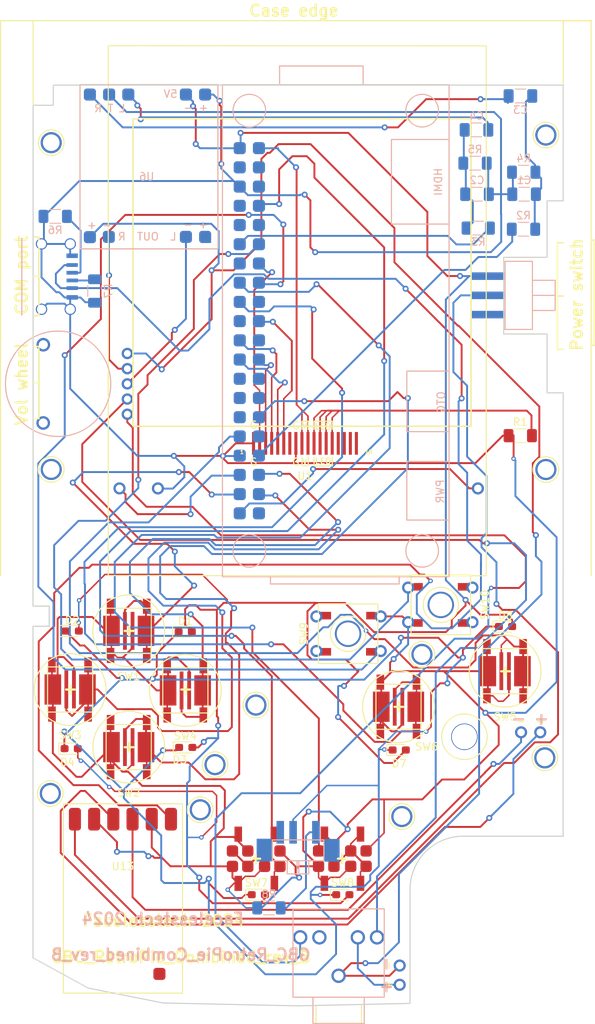
<source format=kicad_pcb>
(kicad_pcb (version 20240108) (generator "pcbnew") (generator_version "8.0")
  (layers (0 "F.Cu" signal) (31 "B.Cu" signal) (34 "B.Paste" user) (35 "F.Paste" user) (36 "B.SilkS" user "B.Silkscreen") (37 "F.SilkS" user "F.Silkscreen") (38 "B.Mask" user) (39 "F.Mask" user) (44 "Edge.Cuts" user))
  (net 0 "")
  (net 1 "Net-(D1-K)")
  (net 2 "Net-(D1-A)")
  (net 3 "Net-(U10-LEFT_OUT)")
  (net 4 "Net-(U10-GND)")
  (net 5 "Net-(C1-Pad1)")
  (net 6 "Net-(U2-GND)")
  (net 7 "Net-(C2-Pad2)")
  (net 8 "Net-(U6-L_IN)")
  (net 9 "Net-(U6-R_IN)")
  (net 11 "Net-(J1-GPIO16)")
  (net 12 "Net-(R1-Pad2)")
  (net 19 "Net-(J1-GPIO20{slash}MOSI1)")
  (net 22 "Net-(J1-GPIO23)")
  (net 23 "Net-(J1-PWM1{slash}GPIO13)")
  (net 24 "Net-(J1-GCLK0{slash}GPIO4)")
  (net 26 "Net-(J1-GPIO22)")
  (net 28 "Net-(J1-GPIO17)")
  (net 30 "Net-(J1-SCLK0{slash}GPIO11)")
  (net 31 "Net-(J1-~{CE0}{slash}GPIO8)")
  (net 33 "Net-(J1-GPIO18{slash}PWM0)")
  (net 34 "Net-(J1-MOSI0{slash}GPIO10)")
  (net 36 "Net-(J1-GPIO25)")
  (net 37 "Net-(J1-GPIO24)")
  (net 38 "Net-(J1-GPIO26)")
  (net 39 "Net-(J1-3V3-Pad1)")
  (net 40 "Net-(J1-GPIO19{slash}MISO1)")
  (net 44 "Net-(J1-GPIO27)")
  (net 45 "Net-(J1-GPIO21{slash}SCLK1)")
  (net 46 "Net-(J1-GCLK1{slash}GPIO5)")
  (net 47 "Net-(U7-CC2)")
  (net 48 "Net-(U7-CC1)")
  (net 49 "Net-(SW11-A)")
  (net 52 "Net-(SW12-B)")
  (net 58 "Net-(U6-L_+_OUT)")
  (net 59 "unconnected-(U6-R_-_OUT-Pad9)")
  (net 60 "Net-(U6-R_+_OUT)")
  (net 61 "Net-(U13-VIN)")
  (net 62 "Net-(U10-RIGHT_IN)")
  (net 63 "Net-(U10-LEFT_IN)")
  (net 65 "Net-(U12-VCC)")
  (net 66 "Net-(U12-GND)")
  (net 68 "Net-(J1-PWM0{slash}GPIO12)")
  (footprint "LED_SMD:LED_0603_1608Metric_Pad1.05x0.95mm_HandSolder" (layer "F.Cu") (at 139.33 158.91)
    (property "Reference" "D5" (hide yes))
    (property "Value" "LED")
  )
  (footprint "headers_custom:GBC_L_and_R_1pin" (layer "F.Cu") (at 168.366 105.2168)
    (property "Reference" "U3" (hide yes))
    (property "Value" "gbc_l_and_r_1pin")
  )
  (footprint "LED_SMD:LED_0603_1608Metric_Pad1.05x0.95mm_HandSolder" (layer "F.Cu") (at 172.0198 123.46758)
    (property "Reference" "D8")
    (property "Value" "LED" (hide yes))
  )
  (footprint "LED_SMD:LED_0603_1608Metric_Pad1.05x0.95mm_HandSolder" (layer "F.Cu") (at 150.5073 158.91)
    (property "Reference" "D6" (hide yes))
    (property "Value" "LED")
  )
  (footprint "power_bank_boards:power_bank_black_smd" (layer "F.Cu") (at 121.423 148.93108 180)
    (property "Reference" "U13")
    (property "Value" "power_bank_black")
  )
  (footprint "m3_hole_custom:GBC_mounting_holes" (layer "F.Cu") (at 133.6127 141.72254)
    (property "Reference" "U20" (hide yes))
    (property "Value" "test_point" (hide yes))
  )
  (footprint "buttons_custom:gbc_pad_buttons_small+clicky" (layer "F.Cu") (at 122.19 124.04)
    (property "Reference" "SW1")
    (property "Value" "SW_Push" (hide yes))
  )
  (footprint "buttons_custom:gbc_pad_buttons_small+clicky" (layer "F.Cu") (at 114.44 131.79)
    (property "Reference" "SW3")
    (property "Value" "SW_Push" (hide yes))
  )
  (footprint "m3_hole_custom:GBC_mounting_holes" (layer "F.Cu") (at 177.3727 102.72254)
    (property "Reference" "U9" (hide yes))
    (property "Value" "test_point" (hide yes))
  )
  (footprint "m3_hole_custom:GBC_mounting_holes" (layer "F.Cu") (at 111.9527 102.71254)
    (property "Reference" "U11" (hide yes))
    (property "Value" "test_point" (hide yes))
  )
  (footprint "LED_SMD:LED_0603_1608Metric_Pad1.05x0.95mm_HandSolder" (layer "F.Cu") (at 114.579 139.60928)
    (property "Reference" "D4")
    (property "Value" "LED" (hide yes))
  )
  (footprint "buttons_custom:gbc_pad_buttons_small+clicky" (layer "F.Cu") (at 129.678 131.91)
    (property "Reference" "SW4")
    (property "Value" "SW_Push" (hide yes))
  )
  (footprint "screens:2.8_screen_ribbon_breakout" (layer "F.Cu") (at 145.4912 100.7872)
    (property "Reference" "U1")
    (property "Value" "2.4_screen_ribbon" (hide yes))
  )
  (footprint "headers_custom:GBC_L_and_R_3pin" (layer "F.Cu") (at 123.5096 105.2168 180)
    (property "Reference" "U2" (hide yes))
    (property "Value" "gbc_l_and_r_3pin")
  )
  (footprint "buttons_custom:gbc_pad_buttons_small+clicky" (layer "F.Cu") (at 157.87 134.07)
    (property "Reference" "SW6")
    (property "Value" "SW_Push" (hide yes))
  )
  (footprint "m3_hole_custom:GBC_mounting_holes" (layer "F.Cu") (at 177.23 140.83)
    (property "Reference" "U18" (hide yes))
    (property "Value" "test_point" (hide yes))
  )
  (footprint "buttons_custom:gbc_start_button_plus_clicky" (layer "F.Cu") (at 150.47 154.14)
    (property "Reference" "SW8")
    (property "Value" "SW_Push" (hide yes))
  )
  (footprint "buttons_custom:button_soft_touch_drill_hole_plus_clicky" (layer "F.Cu") (at 151.2 124.42 -90)
    (property "Reference" "SW9")
    (property "Value" "SW_Push" (hide yes))
  )
  (footprint "m3_hole_custom:GBC_mounting_holes" (layer "F.Cu") (at 177.37 58.52)
    (property "Reference" "U5" (hide yes))
    (property "Value" "test_point" (hide yes))
  )
  (footprint "LED_SMD:LED_0603_1608Metric_Pad1.05x0.95mm_HandSolder" (layer "F.Cu") (at 129.7301 139.44418)
    (property "Reference" "D3")
    (property "Value" "LED" (hide yes))
  )
  (footprint "m3_hole_custom:GBC_mounting_holes" (layer "F.Cu") (at 131.6627 147.69254)
    (property "Reference" "U16" (hide yes))
    (property "Value" "test_point" (hide yes))
  )
  (footprint "buttons_custom:gbc_pad_buttons_small+clicky" (layer "F.Cu") (at 171.97 129.37)
    (property "Reference" "SW5")
    (property "Value" "SW_Push" (hide yes))
  )
  (footprint "buttons_custom:gbc_pad_buttons_small+clicky" (layer "F.Cu") (at 122.19 139.40608)
    (property "Reference" "SW2")
    (property "Value" "SW_Push" (hide yes))
  )
  (footprint "LED_SMD:LED_0603_1608Metric_Pad1.05x0.95mm_HandSolder" (layer "F.Cu") (at 157.9622 139.78708)
    (property "Reference" "D7")
    (property "Value" "LED" (hide yes))
  )
  (footprint "battery_connector_custom:vcc_gnd_2pin_custom" (layer "F.Cu") (at 175.3472 137.45028)
    (property "Reference" "U12" (hide yes))
    (property "Value" "battery_custom" (hide yes))
  )
  (footprint "Resistor_SMD:R_1206_3216Metric_Pad1.30x1.75mm_HandSolder" (layer "F.Cu") (at 173.9673 98.2476)
    (property "Reference" "R1")
    (property "Value" "R")
  )
  (footprint "LED_SMD:LED_0603_1608Metric_Pad1.05x0.95mm_HandSolder" (layer "F.Cu") (at 114.7187 124.06448)
    (property "Reference" "D2")
    (property "Value" "LED" (hide yes))
  )
  (footprint "m3_hole_custom:GBC_mounting_holes" (layer "F.Cu") (at 111.95 59.53)
    (property "Reference" "U4" (hide yes))
    (property "Value" "test_point" (hide yes))
  )
  (footprint "LED_SMD:LED_0603_1608Metric_Pad1.05x0.95mm_HandSolder" (layer "F.Cu") (at 129.664 124.16608)
    (property "Reference" "D1")
    (property "Value" "LED" (hide yes))
  )
  (footprint "m3_hole_custom:m3_hole_custom" (layer "F.Cu") (at 166.58 138.04)
    (property "Reference" "TP1" (hide yes))
    (property "Value" "TestPoint" (hide yes))
  )
  (footprint "buttons_custom:gbc_start_button_plus_clicky" (layer "F.Cu") (at 139.08 154.1476)
    (property "Reference" "SW7")
    (property "Value" "SW_Push" (hide yes))
  )
  (footprint "m3_hole_custom:GBC_mounting_holes" (layer "F.Cu") (at 160.98 127.16)
    (property "Reference" "U19" (hide yes))
    (property "Value" "test_point" (hide yes))
  )
  (footprint "m3_hole_custom:GBC_mounting_holes" (layer "F.Cu") (at 158.3227 148.58254)
    (property "Reference" "U15" (hide yes))
    (property "Value" "test_point" (hide yes))
  )
  (footprint "speakers:speaker_2pin" (layer "F.Cu") (at 158.0244 169.54318 90)
    (property "Reference" "LS1" (hide yes))
    (property "Value" "Speaker")
  )
  (footprint "m3_hole_custom:GBC_mounting_holes" (layer "F.Cu") (at 139.0227 133.85254)
    (property "Reference" "U14" (hide yes))
    (property "Value" "test_point" (hide yes))
  )
  (footprint "buttons_custom:button_soft_touch_drill_hole_plus_clicky" (layer "F.Cu") (at 163.46 120.61008 90)
    (property "Reference" "SW10")
    (property "Value" "SW_Push" (hide yes))
  )
  (footprint "m3_hole_custom:GBC_mounting_holes" (layer "F.Cu") (at 111.8327 145.53254)
    (property "Reference" "U17" (hide yes))
    (property "Value" "test_point" (hide yes))
  )
  (footprint "raspberry_pi_gpio_custom:raspberry_pi_gpio_SMD_outline_under_holes" (layer "B.Cu") (at 138.13977 84.3804 90)
    (property "Reference" "J1" (hide yes))
    (property "Value" "Raspberry_Pi_2_3" (hide yes))
  )
  (footprint "Resistor_SMD:R_1206_3216Metric_Pad1.30x1.75mm_HandSolder" (layer "B.Cu") (at 168.4123 70.8176)
    (property "Reference" "R3")
    (property "Value" "R270")
  )
  (footprint "Resistor_SMD:R_1206_3216Metric_Pad1.30x1.75mm_HandSolder" (layer "B.Cu") (at 140.73268 160.65064 180)
    (property "Reference" "R8")
    (property "Value" "R")
  )
  (footprint "usb_custom:USB_C_6PIN_custom" (layer "B.Cu") (at 114.4548 77.2276 -90)
    (property "Reference" "U7" (hide yes))
    (property "Value" "usb_c_6pin" (hide yes))
  )
  (footprint "buttons_custom:3_pin_switch_smd_side_mount" (layer "B.Cu") (at 169.7156 79.70688 90)
    (property "Reference" "SW12" (hide yes))
    (property "Value" "SW_Push_SPDT" (hide yes))
  )
  (footprint "Capacitor_SMD:C_1206_3216Metric_Pad1.33x1.80mm_HandSolder" (layer "B.Cu") (at 174.4773 66.3376 180)
    (property "Reference" "C1")
    (property "Value" "C33nf")
  )
  (footprint "Capacitor_SMD:C_1206_3216Metric_Pad1.33x1.80mm_HandSolder" (layer "B.Cu") (at 173.9923 53.3576)
    (property "Reference" "C3")
    (property "Value" "C10uf")
  )
  (footprint "Sound_stuff_custom:GBC_pot_custom" (layer "B.Cu") (at 122.00424 91.40104 -90)
    (property "Reference" "U8" (hide yes))
    (property "Value" "sound_pot_5pin" (hide yes))
  )
  (footprint "Resistor_SMD:R_1206_3216Metric_Pad1.30x1.75mm_HandSolder" (layer "B.Cu") (at 112.4623 69.2676)
    (property "Reference" "R6")
    (property "Value" "R")
  )
  (footprint "Capacitor_SMD:C_1206_3216Metric_Pad1.33x1.80mm_HandSolder" (layer "B.Cu") (at 168.1823 57.8376 180)
    (property "Reference" "C4")
    (property "Value" "C10uf")
  )
  (footprint "Sound_stuff_custom:PAM8403_custom_smd" (layer "B.Cu") (at 117.0548 53.1676)
    (property "Reference" "U6")
    (property "Value" "pam8403")
  )
  (footprint "Resistor_SMD:R_1206_3216Metric_Pad1.30x1.75mm_HandSolder" (layer "B.Cu") (at 117.6848 79.1301 90)
    (property "Reference" "R7")
    (property "Value" "R")
  )
  (footprint "Resistor_SMD:R_1206_3216Metric_Pad1.30x1.75mm_HandSolder" (layer "B.Cu") (at 167.9873 62.2376 180)
    (property "Reference" "R5")
    (property "Value" "R150")
  )
  (footprint "Capacitor_SMD:C_1206_3216Metric_Pad1.33x1.80mm_HandSolder" (layer "B.Cu") (at 168.2523 66.3376 180)
    (property "Reference" "C2")
    (property "Value" "C33nf")
  )
  (footprint "Resistor_SMD:R_1206_3216Metric_Pad1.30x1.75mm_HandSolder" (layer "B.Cu") (at 174.3973 70.9676 180)
    (property "Reference" "R2")
    (property "Value" "R270")
  )
  (footprint "Sound_stuff_custom:5_pin_3.5_jack" (layer "B.Cu") (at 149.94648 164.54344)
    (property "Reference" "U10" (hide yes))
    (property "Value" "audio_jack_5pin" (hide yes))
  )
  (footprint "Resistor_SMD:R_1206_3216Metric_Pad1.30x1.75mm_HandSolder" (layer "B.Cu") (at 174.4273 63.4276 180)
    (property "Reference" "R4")
    (property "Value" "R150")
  )
  (footprint "buttons_custom:tiny_smd_slide_switch_adjustable" (layer "B.Cu") (at 146.93984 151.66412 180)
    (property "Reference" "SW11" (hide yes))
    (property "Value" "SW_Push_SPDT" (hide yes))
  )
  (gr_line (start 105.24024 43.41028) (end 105.24024 116.735) (stroke (width 0.15)) (layer "F.SilkS"))
  (gr_line (start 109.54808 43.41028) (end 109.54808 54.58628) (stroke (width 0.15)) (layer "F.SilkS"))
  (gr_line (start 178.89008 79.79578) (end 179.65208 79.79578) (stroke (width 0.2)) (layer "F.SilkS"))
  (gr_line (start 178.89008 72.74728) (end 179.65208 72.74728) (stroke (width 0.2)) (layer "F.SilkS"))
  (gr_line (start 183.76688 86.31088) (end 183.33508 86.31088) (stroke (width 0.2)) (layer "F.SilkS"))
  (gr_line (start 178.89008 86.84428) (end 179.65208 86.84428) (stroke (width 0.2)) (layer "F.SilkS"))
  (gr_line (start 110.31008 86.46328) (end 109.54808 86.46328) (stroke (width 0.2)) (layer "F.SilkS"))
  (gr_line (start 110.31008 86.46328) (end 110.31008 95.98828) (stroke (width 0.2)) (layer "F.SilkS"))
  (gr_line (start 167.46008 56.36428) (end 122.75608 56.36428) (stroke (width 0.2)) (layer "F.SilkS"))
  (gr_line (start 109.54808 77.19228) (end 110.31008 77.19228) (stroke (width 0.2)) (layer "F.SilkS"))
  (gr_line (start 183.34016 43.4052) (end 183.34016 116.72992) (stroke (width 0.15)) (layer "F.SilkS"))
  (gr_line (start 167.46008 97.00428) (end 167.46008 56.36428) (stroke (width 0.2)) (layer "F.SilkS"))
  (gr_line (start 179.65208 43.41028) (end 183.36048 43.41028) (stroke (width 0.2)) (layer "F.SilkS"))
  (gr_line (start 183.76688 72.41708) (end 183.76688 86.31088) (stroke (width 0.2)) (layer "F.SilkS"))
  (gr_line (start 146.96452 175.9074) (end 152.964 175.9074) (stroke (width 0.15)) (layer "F.SilkS"))
  (gr_line (start 110.31008 82.39928) (end 109.54808 82.39928) (stroke (width 0.2)) (layer "F.SilkS"))
  (gr_line (start 183.36048 72.41708) (end 183.76688 72.41708) (stroke (width 0.2)) (layer "F.SilkS"))
  (gr_line (start 152.964 175.89216) (end 152.96908 173.5452) (stroke (width 0.15)) (layer "F.SilkS"))
  (gr_line (start 179.65208 51.91928) (end 179.65208 43.41028) (stroke (width 0.15)) (layer "F.SilkS"))
  (gr_line (start 109.54808 71.98528) (end 110.31008 71.98528) (stroke (width 0.2)) (layer "F.SilkS"))
  (gr_line (start 122.75608 97.00428) (end 122.75608 56.36428) (stroke (width 0.2)) (layer "F.SilkS"))
  (gr_line (start 178.89008 72.74728) (end 178.89008 86.84428) (stroke (width 0.2)) (layer "F.SilkS"))
  (gr_line (start 179.65208 43.41028) (end 109.54808 43.41028) (stroke (width 0.15)) (layer "F.SilkS"))
  (gr_line (start 110.31008 71.98528) (end 110.31008 82.39928) (stroke (width 0.2)) (layer "F.SilkS"))
  (gr_line (start 152.964 175.84136) (end 152.964 175.83628) (stroke (width 0.15)) (layer "F.SilkS"))
  (gr_line (start 110.31008 95.98828) (end 109.54808 95.98828) (stroke (width 0.2)) (layer "F.SilkS"))
  (gr_line (start 109.54808 43.41028) (end 105.24278 43.41028) (stroke (width 0.15)) (layer "F.SilkS"))
  (gr_line (start 109.54808 91.22578) (end 110.31008 91.22578) (stroke (width 0.2)) (layer "F.SilkS"))
  (gr_line (start 122.75608 97.00428) (end 167.46008 97.00428) (stroke (width 0.2)) (layer "F.SilkS"))
  (gr_line (start 146.96452 175.90232) (end 146.9696 173.55536) (stroke (width 0.15)) (layer "F.SilkS"))
  (gr_line (start 179.647 67.21516) (end 179.647 51.92436) (stroke (width 0.15)) (layer "Edge.Cuts"))
  (gr_line (start 159.396 158.18938) (end 159.396 173.27698) (stroke (width 0.15)) (layer "Edge.Cuts"))
  (gr_line (start 175.53728 74.67768) (end 177.51848 74.67768) (stroke (width 0.15)) (layer "Edge.Cuts"))
  (gr_line (start 109.53 116.70508) (end 109.53 120.76908) (stroke (width 0.15)) (layer "Edge.Cuts"))
  (gr_line (start 179.647 116.74008) (end 179.647 92.58468) (stroke (width 0.15)) (layer "Edge.Cuts"))
  (gr_line (start 171.78316 84.81228) (end 171.78316 74.67768) (stroke (width 0.15)) (layer "Edge.Cuts"))
  (gr_line (start 175.5322 84.81228) (end 171.78824 84.81228) (stroke (width 0.15)) (layer "Edge.Cuts"))
  (gr_line (start 177.51848 74.67768) (end 177.51848 67.21008) (stroke (width 0.15)) (layer "Edge.Cuts"))
  (gr_line (start 116.8325 171.25158) (end 126.7385 173.22008) (stroke (width 0.15)) (layer "Edge.Cuts"))
  (gr_line (start 177.51848 67.21008) (end 179.65208 67.21008) (stroke (width 0.15)) (layer "Edge.Cuts"))
  (gr_line (start 112.21508 51.91928) (end 179.65208 51.91928) (stroke (width 0.15)) (layer "Edge.Cuts"))
  (gr_line (start 109.54808 54.58628) (end 112.21508 54.58628) (stroke (width 0.15)) (layer "Edge.Cuts"))
  (gr_line (start 166.4318 151.17898) (end 179.6779 151.17898) (stroke (width 0.15)) (layer "Edge.Cuts"))
  (gr_line (start 177.51848 92.58468) (end 179.65208 92.58468) (stroke (width 0.15)) (layer "Edge.Cuts"))
  (gr_line (start 109.543 54.58628) (end 109.543 116.735) (stroke (width 0.15)) (layer "Edge.Cuts"))
  (gr_line (start 109.53 167.25108) (end 116.8325 171.25158) (stroke (width 0.15)) (layer "Edge.Cuts"))
  (gr_line (start 111.689 120.76908) (end 111.689 123.43608) (stroke (width 0.2)) (layer "Edge.Cuts"))
  (gr_line (start 175.52204 74.67768) (end 171.77808 74.67768) (stroke (width 0.15)) (layer "Edge.Cuts"))
  (gr_line (start 109.53 123.43608) (end 109.53 167.25108) (stroke (width 0.15)) (layer "Edge.Cuts"))
  (gr_line (start 126.7385 173.22008) (end 144.582 173.60108) (stroke (width 0.15)) (layer "Edge.Cuts"))
  (gr_arc (start 159.396 158.20208) (mid 161.453018 153.235998) (end 166.4191 151.17898) (stroke (width 0.15)) (layer "Edge.Cuts"))
  (gr_line (start 111.689 120.76908) (end 109.53 120.76908) (stroke (width 0.15)) (layer "Edge.Cuts"))
  (gr_line (start 179.6398 116.69848) (end 179.6398 151.17898) (stroke (width 0.15)) (layer "Edge.Cuts"))
  (gr_line (start 177.51848 84.81228) (end 177.51848 92.58468) (stroke (width 0.15)) (layer "Edge.Cuts"))
  (gr_line (start 175.53728 84.81228) (end 177.51848 84.81228) (stroke (width 0.15)) (layer "Edge.Cuts"))
  (gr_line (start 112.21508 54.58628) (end 112.21508 51.91928) (stroke (width 0.15)) (layer "Edge.Cuts"))
  (gr_line (start 144.5878 173.59448) (end 159.3706 173.27698) (stroke (width 0.15)) (layer "Edge.Cuts"))
  (gr_line (start 111.689 123.43608) (end 109.53 123.43608) (stroke (width 0.15)) (layer "Edge.Cuts"))
  (gr_text "Facelesstech 2024" (at 126.6808 162.08828 0) (layer "B.SilkS") (effects (font (size 1.5 1.5) (thickness 0.3)) (justify mirror)))
  (gr_text "- +" (at 172.64 136.51 0) (layer "B.SilkS") (effects (font (size 1.5 1.5) (thickness 0.3) (bold yes)) (justify left bottom)))
  (gr_text "- +" (at 155.5 166.98 -90) (layer "B.SilkS") (effects (font (size 1.5 1.5) (thickness 0.3) (bold yes)) (justify left bottom)))
  (gr_text "GBC_RetroPie_Combined_rev_B" (at 129.0684 166.82538 0) (layer "B.SilkS") (effects (font (size 1.5 1.5) (thickness 0.3)) (justify mirror)))
  (gr_text "Case edge " (at 144.60008 42.07678 0) (layer "F.SilkS") (effects (font (size 1.5 1.5) (thickness 0.3))))
  (gr_text "+" (at 172.014 129.27808 0) (layer "F.SilkS") (effects (font (size 1.5 1.5) (thickness 0.3))))
  (gr_text "Power switch" (at 181.43008 79.60528 90) (layer "F.SilkS") (effects (font (size 1.5 1.5) (thickness 0.3))))
  (gr_text "+" (at 150.424 154.04308 0) (layer "F.SilkS") (effects (font (size 1.5 1.5) (thickness 0.3))))
  (gr_text "+" (at 157.917 133.97708 0) (layer "F.SilkS") (effects (font (size 1.5 1.5) (thickness 0.3))))
  (gr_text "+" (at 122.23 123.94408 0) (layer "F.SilkS") (effects (font (size 1.5 1.5) (thickness 0.3))))
  (gr_text "+" (at 129.723 131.69108 0) (layer "F.SilkS") (effects (font (size 1.5 1.5) (thickness 0.3))))
  (gr_text "+" (at 122.23 139.31108 0) (layer "F.SilkS") (effects (font (size 1.5 1.5) (thickness 0.3))))
  (gr_text "+" (at 114.483 131.69108 0) (layer "F.SilkS") (effects (font (size 1.5 1.5) (thickness 0.3))))
  (gr_text "COM port" (at 108.02408 77.06528 90) (layer "F.SilkS") (effects (font (size 1.5 1.5) (thickness 0.3))))
  (gr_text "+" (at 138.994 154.04308 0) (layer "F.SilkS") (effects (font (size 1.5 1.5) (thickness 0.3))))
  (gr_text "Vol wheel" (at 108.02408 91.41628 90) (layer "F.SilkS") (effects (font (size 1.5 1.5) (thickness 0.3))))
  (gr_text "GBC_RetroPie_Combined_rev_B" (at 129.0684 167.15558 0) (layer "F.SilkS") (effects (font (size 1.5 1.5) (thickness 0.3))))
  (gr_text "Facelesstech 2024" (at 126.8078 162.34228 0) (layer "F.SilkS") (effects (font (size 1.5 1.5) (thickness 0.3))))
  (segment (start 147.5 158.94) (end 149.6023 158.94) (width 0.25) (layer "F.Cu") (net 1))
  (segment (start 166.381 127.56968) (end 166.381 126.57908) (width 0.25) (layer "F.Cu") (net 1))
  (segment (start 161.54 137.36) (end 162.171291 136.728709) (width 0.2) (layer "F.Cu") (net 1))
  (segment (start 113.8437 124.06448) (end 115.75461 125.97539) (width 0.25) (layer "F.Cu") (net 1))
  (segment (start 125.371003 130.378077) (end 125.896001 129.853079) (width 0.25) (layer "F.Cu") (net 1))
  (segment (start 134.73 159.35) (end 137.14 159.35) (width 0.25) (layer "F.Cu") (net 1))
  (segment (start 115.75461 125.97539) (end 116.32539 125.97539) (width 0.25) (layer "F.Cu") (net 1))
  (segment (start 156.06708 139.78708) (end 156 139.72) (width 0.2) (layer "F.Cu") (net 1))
  (segment (start 163.369302 130.97328) (end 164.3363 130.97328) (width 0.25) (layer "F.Cu") (net 1))
  (segment (start 137.58 158.91) (end 137.14 159.35) (width 0.2) (layer "F.Cu") (net 1))
  (segment (start 149.6023 158.94) (end 149.6323 158.91) (width 0.25) (layer "F.Cu") (net 1))
  (segment (start 126.7189 139.83788) (end 128.4614 139.83788) (width 0.25) (layer "F.Cu") (net 1))
  (segment (start 169.4925 123.46758) (end 171.1448 123.46758) (width 0.25) (layer "F.Cu") (net 1))
  (segment (start 116.32539 125.97539) (end 120.62478 130.27478) (width 0.25) (layer "F.Cu") (net 1))
  (segment (start 128.4614 139.83788) (end 128.8551 139.44418) (width 0.25) (layer "F.Cu") (net 1))
  (segment (start 166.381 126.57908) (end 169.4925 123.46758) (width 0.25) (layer "F.Cu") (net 1))
  (segment (start 163.7166 125.53768) (end 165.7486 127.56968) (width 0.25) (layer "F.Cu") (net 1))
  (segment (start 113.676 139.58128) (end 113.704 139.60928) (width 0.25) (layer "F.Cu") (net 1))
  (segment (start 138.455 158.91) (end 137.58 158.91) (width 0.2) (layer "F.Cu") (net 1))
  (segment (start 125.896001 129.853079) (end 125.896001 127.059079) (width 0.25) (layer "F.Cu") (net 1))
  (segment (start 157.0872 139.78708) (end 156.06708 139.78708) (width 0.2) (layer "F.Cu") (net 1))
  (segment (start 163.1324 124.95348) (end 158.1895 124.95348) (width 0.25) (layer "F.Cu") (net 1))
  (segment (start 113.676 137.34868) (end 113.676 139.58128) (width 0.25) (layer "F.Cu") (net 1))
  (segment (start 125.896001 127.059079) (end 128.789 124.16608) (width 0.25) (layer "F.Cu") (net 1))
  (segment (start 165.7486 127.56968) (end 166.381 127.56968) (width 0.25) (layer "F.Cu") (net 1))
  (segment (start 163.7166 125.53768) (end 163.1324 124.95348) (width 0.25) (layer "F.Cu") (net 1))
  (segment (start 120.62478 130.27478) (end 121.2833 130.27478) (width 0.25) (layer "F.Cu") (net 1))
  (segment (start 162.171291 136.728709) (end 162.171291 132.171291) (width 0.2) (layer "F.Cu") (net 1))
  (segment (start 132.7768 157.3968) (end 134.73 159.35) (width 0.25) (layer "F.Cu") (net 1))
  (segment (start 162.171291 132.171291) (end 163.369302 130.97328) (width 0.25) (layer "F.Cu") (net 1))
  (segment (start 132.7768 156.79238) (end 132.7768 157.3968) (width 0.25) (layer "F.Cu") (net 1))
  (via (at 166.381 127.56968) (size 0.8) (drill 0.4) (layers "F.Cu" "B.Cu") (net 1))
  (via (at 121.2833 130.27478) (size 0.8) (drill 0.4) (layers "F.Cu" "B.Cu") (net 1))
  (via (at 113.676 137.34868) (size 0.8) (drill 0.4) (layers "F.Cu" "B.Cu") (net 1))
  (via (at 125.371003 130.378077) (size 0.8) (drill 0.4) (layers "F.Cu" "B.Cu") (net 1))
  (via (at 158.1895 124.95348) (size 0.8) (drill 0.4) (layers "F.Cu" "B.Cu") (net 1))
  (via (at 164.3363 130.97328) (size 0.8) (drill 0.4) (layers "F.Cu" "B.Cu") (net 1))
  (via (at 132.7768 156.79238) (size 0.8) (drill 0.4) (layers "F.Cu" "B.Cu") (net 1))
  (via (at 147.5 158.94) (size 0.6) (drill 0.3) (layers "F.Cu" "B.Cu") (net 1))
  (via (at 156 139.72) (size 0.6) (drill 0.3) (layers "F.Cu" "B.Cu") (net 1))
  (via (at 126.7189 139.83788) (size 0.8) (drill 0.4) (layers "F.Cu" "B.Cu") (net 1))
  (via (at 161.54 137.36) (size 0.6) (drill 0.3) (layers "F.Cu" "B.Cu") (net 1))
  (segment (start 164.3363 130.97328) (end 164.3363 129.61438) (width 0.25) (layer "B.Cu") (net 1))
  (segment (start 146.26 158.93) (end 147.49 158.93) (width 0.25) (layer "B.Cu") (net 1))
  (segment (start 126.4903 151.09008) (end 121.5373 146.13708) (width 0.25) (layer "B.Cu") (net 1))
  (segment (start 140.24948 169.42888) (end 132.7768 161.9562) (width 0.25) (layer "B.Cu") (net 1))
  (segment (start 158.1895 125.640582) (end 153.339402 130.49068) (width 0.25) (layer "B.Cu") (net 1))
  (segment (start 154.13 156.29258) (end 155.2558 155.16678) (width 0.25) (layer "B.Cu") (net 1))
  (segment (start 149.3884 130.49068) (end 125.36 130.49068) (width 0.25) (layer "B.Cu") (net 1))
  (segment (start 132.7768 156.79238) (end 132.204199 157.364981) (width 0.25) (layer "B.Cu") (net 1))
  (segment (start 121.2833 130.27478) (end 114.1713 137.38678) (width 0.25) (layer "B.Cu") (net 1))
  (segment (start 132.204199 157.364981) (end 126.872401 157.364981) (width 0.25) (layer "B.Cu") (net 1))
  (segment (start 157.5658 137.36) (end 161.54 137.36) (width 0.2) (layer "B.Cu") (net 1))
  (segment (start 143.92994 150.66082) (end 143.92994 148.96082) (width 0.2) (layer "B.Cu") (net 1))
  (segment (start 132.7768 161.9562) (end 132.7768 156.79238) (width 0.25) (layer "B.Cu") (net 1))
  (segment (start 113.676 137.34868) (end 121.3468 145.01948) (width 0.25) (layer "B.Cu") (net 1))
  (segment (start 146.26 158.55) (end 146.95 157.86) (width 0.25) (layer "B.Cu") (net 1))
  (segment (start 148.41076 144.48) (end 155.2558 144.48) (width 0.2) (layer "B.Cu") (net 1))
  (segment (start 148.681481 167.682159) (end 146.93476 169.42888) (width 0.25) (layer "B.Cu") (net 1))
  (segment (start 146.26 158.93) (end 146.26 158.55) (width 0.25) (layer "B.Cu") (net 1))
  (segment (start 155.3058 139.72) (end 155.2558 139.67) (width 0.2) (layer "B.Cu") (net 1))
  (segment (start 146.26 159.48) (end 146.26 158.93) (width 0.25) (layer "B.Cu") (net 1))
  (segment (start 156 139.72) (end 155.3058 139.72) (width 0.2) (layer "B.Cu") (net 1))
  (segment (start 121.3468 145.01948) (end 121.5373 145.01948) (width 0.25) (layer "B.Cu") (net 1))
  (segment (start 146.93476 169.42888) (end 140.24948 169.42888) (width 0.25) (layer "B.Cu") (net 1))
  (segment (start 155.2558 155.16678) (end 155.2558 144.48) (width 0.25) (layer "B.Cu") (net 1))
  (segment (start 125.36 130.49068) (end 121.4992 130.49068) (width 0.25) (layer "B.Cu") (net 1))
  (segment (start 121.5373 145.01948) (end 126.7189 139.83788) (width 0.25) (layer "B.Cu") (net 1))
  (segment (start 121.5373 146.13708) (end 121.5373 145.01948) (width 0.25) (layer "B.Cu") (net 1))
  (segment (start 148.681481 167.682159) (end 149.61 166.75364) (width 0.25) (layer "B.Cu") (net 1))
  (segment (start 153.28 157.86) (end 154.13 157.01) (width 0.25) (layer "B.Cu") (net 1))
  (segment (start 155.2558 144.48) (end 155.2558 139.67) (width 0.25) (layer "B.Cu") (net 1))
  (segment (start 149.61 166.75364) (end 149.61 162.83) (width 0.25) (layer "B.Cu") (net 1))
  (segment (start 113.7141 137.38678) (end 113.676 137.34868) (width 0.25) (layer "B.Cu") (net 1))
  (segment (start 164.3363 129.61438) (end 166.381 127.56968) (width 0.25) (layer "B.Cu") (net 1))
  (segment (start 121.4992 130.49068) (end 121.2833 130.27478) (width 0.25) (layer "B.Cu") (net 1))
  (segment (start 125.36 130.38908) (end 125.371003 130.378077) (width 0.25) (layer "B.Cu") (net 1))
  (segment (start 114.1713 137.38678) (end 113.7141 137.38678) (width 0.25) (layer "B.Cu") (net 1))
  (segment (start 158.1895 124.95348) (end 158.1895 125.640582) (width 0.25) (layer "B.Cu") (net 1))
  (segment (start 146.95 157.86) (end 153.28 157.86) (width 0.25) (layer "B.Cu") (net 1))
  (segment (start 154.13 157.01) (end 154.13 156.29258) (width 0.25) (layer "B.Cu") (net 1))
  (segment (start 126.872401 157.364981) (end 126.4903 156.98288) (width 0.25) (layer "B.Cu") (net 1))
  (segment (start 143.92994 148.96082) (end 148.41076 144.48) (width 0.2) (layer "B.Cu") (net 1))
  (segment (start 126.4903 156.98288) (end 126.4903 151.09008) (width 0.25) (layer "B.Cu") (net 1))
  (segment (start 155.2558 139.67) (end 157.5658 137.36) (width 0.2) (layer "B.Cu") (net 1))
  (segment (start 125.36 130.49068) (end 125.36 130.38908) (width 0.25) (layer "B.Cu") (net 1))
  (segment (start 153.339402 130.49068) (end 149.3884 130.49068) (width 0.25) (layer "B.Cu") (net 1))
  (segment (start 147.49 158.93) (end 147.5 158.94) (width 0.25) (layer "B.Cu") (net 1))
  (segment (start 149.61 162.83) (end 146.26 159.48) (width 0.25) (layer "B.Cu") (net 1))
  (segment (start 131.0623 120.64818) (end 130.1733 120.64818) (width 0.25) (layer "F.Cu") (net 2))
  (segment (start 172.8948 123.46758) (end 172.8948 122.60268) (width 0.25) (layer "F.Cu") (net 2))
  (segment (start 131.89 116.59) (end 135.21 119.91) (width 0.2) (layer "F.Cu") (net 2))
  (segment (start 115.5937 122.9737) (end 115.58 122.96) (width 0.2) (layer "F.Cu") (net 2))
  (segment (start 130.6051 139.44418) (end 131.3925 139.44418) (width 0.25) (layer "F.Cu") (net 2))
  (segment (start 150.784412 120.35608) (end 146.9246 120.35608) (width 0.25) (layer "F.Cu") (net 2))
  (segment (start 152.4999 129.38578) (end 152.5507 129.33498) (width 0.25) (layer "F.Cu") (net 2))
  (segment (start 133.27 145.25) (end 120.35 145.25) (width 0.2) (layer "F.Cu") (net 2))
  (segment (start 166.0038 77.1498) (end 164.327 77.1498) (width 0.25) (layer "F.Cu") (net 2))
  (segment (start 150.6584 131.31618) (end 152.5507 129.42388) (width 0.25) (layer "F.Cu") (net 2))
  (segment (start 115.5937 124.06448) (end 115.5937 122.9737) (width 0.2) (layer "F.Cu") (net 2))
  (segment (start 166.7366 119.94968) (end 166.7366 120.6934) (width 0.25) (layer "F.Cu") (net 2))
  (segment (start 131.0548 55.0659) (end 130.6978 54.7089) (width 0.25) (layer "F.Cu") (net 2))
  (segment (start 146.9246 120.35608) (end 145.824999 121.455681) (width 0.25) (layer "F.Cu") (net 2))
  (segment (start 161.6854 74.5082) (end 161.6854 68.6882) (width 0.25) (layer "F.Cu") (net 2))
  (segment (start 119.05 116.59) (end 131.89 116.59) (width 0.2) (layer "F.Cu") (net 2))
  (segment (start 161.6854 68.6882) (end 151.2298 58.2326) (width 0.25) (layer "F.Cu") (net 2))
  (segment (start 151.3823 158.8677) (end 150.21 160.04) (width 0.25) (layer "F.Cu") (net 2))
  (segment (start 155.9543 141.50158) (end 154.02381 139.57109) (width 0.25) (layer "F.Cu") (net 2))
  (segment (start 134.0214 135.509382) (end 133.842499 135.330481) (width 0.25) (layer "F.Cu") (net 2))
  (segment (start 134.0214 136.56128) (end 134.0214 135.509382) (width 0.25) (layer "F.Cu") (net 2))
  (segment (start 164.2256 77.0484) (end 161.6854 74.5082) (width 0.25) (layer "F.Cu") (net 2))
  (segment (start 145.824999 127.244779) (end 146.411301 127.831081) (width 0.25) (layer "F.Cu") (net 2))
  (segment (start 150.919801 127.831081) (end 152.4999 129.41118) (width 0.25) (layer "F.Cu") (net 2))
  (segment (start 154.632512 124.20418) (end 150.784412 120.35608) (width 0.25) (layer "F.Cu") (net 2))
  (segment (start 133.81 149.33) (end 133.81 145.79) (width 0.2) (layer "F.Cu") (net 2))
  (segment (start 120.35 145.25) (end 119.78 144.68) (width 0.2) (layer "F.Cu") (net 2))
  (segment (start 157.1227 141.50158) (end 155.9543 141.50158) (width 0.25) (layer "F.Cu") (net 2))
  (segment (start 172.8948 122.60268) (end 172.1976 121.90548) (width 0.25) (layer "F.Cu") (net 2))
  (segment (start 131.5195 156.63998) (end 131.5195 158.2695) (width 0.25) (layer "F.Cu") (net 2))
  (segment (start 131.3925 139.44418) (end 132.1164 138.72028) (width 0.25) (layer "F.Cu") (net 2))
  (segment (start 130.1733 120.64818) (end 129.651499 121.169981) (width 0.25) (layer "F.Cu") (net 2))
  (segment (start 168.6924 121.90548) (end 172.1976 121.90548) (width 0.25) (layer "F.Cu") (net 2))
  (segment (start 164.91 123.42728) (end 164.1331 124.20418) (width 0.25) (layer "F.Cu") (net 2))
  (segment (start 119.78 144.68) (end 119.61 144.68) (width 0.2) (layer "F.Cu") (net 2))
  (segment (start 133.842499 121.252679) (end 134.765599 120.329579) (width 0.25) (layer "F.Cu") (net 2))
  (segment (start 154.02381 139.57109) (end 149.8837 135.43098) (width 0.25) (layer "F.Cu") (net 2))
  (segment (start 158.8372 139.78708) (end 157.1227 141.50158) (width 0.25) (layer "F.Cu") (net 2))
  (segment (start 164.327 77.1498) (end 164.2256 77.0484) (width 0.25) (layer "F.Cu") (net 2))
  (segment (start 151.2298 58.2326) (end 136.9848 58.2326) (width 0.25) (layer "F.Cu") (net 2))
  (segment (start 133.81 145.79) (end 133.27 145.25) (width 0.2) (layer "F.Cu") (net 2))
  (segment (start 135.21 119.91) (end 135.21 120.329579) (width 0.2) (layer "F.Cu") (net 2))
  (segment (start 146.411301 127.831081) (end 150.919801 127.831081) (width 0.25) (layer "F.Cu") (net 2))
  (segment (start 133.842499 121.252679) (end 131.666799 121.252679) (width 0.25) (layer "F.Cu") (net 2))
  (segment (start 115.454 139.60928) (end 115.454 140.804) (width 0.2) (layer "F.Cu") (net 2))
  (segment (start 164.1331 124.20418) (end 154.632512 124.20418) (width 0.25) (layer "F.Cu") (net 2))
  (segment (start 131.0548 59.6976) (end 131.0548 55.0659) (width 0.25) (layer "F.Cu") (net 2))
  (segment (start 131.5195 158.2695) (end 133.29 160.04) (width 0.25) (layer "F.Cu") (net 2))
  (segment (start 131.8 151.34) (end 133.81 149.33) (width 0.2) (layer "F.Cu") (net 2))
  (segment (start 129.651499 121.169981) (end 129.651499 123.278579) (width 0.25) (layer "F.Cu") (net 2))
  (segment (start 152.4999 129.41118) (end 152.4999 129.38578) (width 0.25) (layer "F.Cu") (net 2))
  (segment (start 150.21 160.04) (end 139.57 160.04) (width 0.25) (layer "F.Cu") (net 2))
  (segment (start 115.63 120.01) (end 119.05 116.59) (width 0.2) (layer "F.Cu") (net 2))
  (segment (start 166.7366 119.94968) (end 168.6924 121.90548) (width 0.25) (layer "F.Cu") (net 2))
  (segment (start 164.91 122.52) (end 164.91 123.42728) (width 0.25) (layer "F.Cu") (net 2))
  (segment (start 166.7366 120.6934) (end 164.91 122.52) (width 0.25) (layer "F.Cu") (net 2))
  (segment (start 134.765599 120.329579) (end 135.21 120.329579) (width 0.25) (layer "F.Cu") (net 2))
  (segment (start 133.842499 135.330481) (end 133.842499 121.252679) (width 0.25) (layer "F.Cu") (net 2))
  (segment (start 131.666799 121.252679) (end 131.0623 120.64818) (width 0.25) (layer "F.Cu") (net 2))
  (segment (start 135.21 120.329579) (end 146.898099 120.329579) (width 0.25) (layer "F.Cu") (net 2))
  (segment (start 129.651499 123.278579) (end 130.539 124.16608) (width 0.25) (layer "F.Cu") (net 2))
  (segment (start 133.29 160.04) (end 139.57 160.04) (width 0.25) (layer "F.Cu") (net 2))
  (segment (start 145.824999 121.455681) (end 145.824999 127.244779) (width 0.25) (layer "F.Cu") (net 2))
  (segment (start 146.898099 120.329579) (end 146.9246 120.35608) (width 0.25) (layer "F.Cu") (net 2))
  (segment (start 139.57 160.04) (end 140.205 159.405) (width 0.25) (layer "F.Cu") (net 2))
  (segment (start 115.454 140.804) (end 115.86 141.21) (width 0.2) (layer "F.Cu") (net 2))
  (via (at 115.86 141.21) (size 0.6) (drill 0.3) (layers "F.Cu" "B.Cu") (net 2))
  (via (at 131.8 151.34) (size 0.6) (drill 0.3) (layers "F.Cu" "B.Cu") (net 2))
  (via (at 115.63 120.01) (size 0.6) (drill 0.3) (layers "F.Cu" "B.Cu") (net 2))
  (via (at 130.6978 54.7089) (size 0.8) (drill 0.4) (layers "F.Cu" "B.Cu") (net 2))
  (via (at 149.8837 135.43098) (size 0.8) (drill 0.4) (layers "F.Cu" "B.Cu") (net 2))
  (via (at 134.0214 136.56128) (size 0.8) (drill 0.4) (layers "F.Cu" "B.Cu") (net 2))
  (via (at 136.9848 58.2326) (size 0.8) (drill 0.4) (layers "F.Cu" "B.Cu") (net 2))
  (via (at 132.1164 138.72028) (size 0.8) (drill 0.4) (layers "F.Cu" "B.Cu") (net 2))
  (via (at 131.0548 59.6976) (size 0.8) (drill 0.4) (layers "F.Cu" "B.Cu") (net 2))
  (via (at 115.58 122.96) (size 0.6) (drill 0.3) (layers "F.Cu" "B.Cu") (net 2))
  (via (at 150.6584 131.31618) (size 0.8) (drill 0.4) (layers "F.Cu" "B.Cu") (net 2))
  (via (at 131.5195 156.63998) (size 0.8) (drill 0.4) (layers "F.Cu" "B.Cu") (net 2))
  (via (at 166.0038 77.1498) (size 0.8) (drill 0.4) (layers "F.Cu" "B.Cu") (net 2))
  (via (at 119.61 144.68) (size 0.6) (drill 0.3) (layers "F.Cu" "B.Cu") (net 2))
  (via (at 166.7366 119.94968) (size 0.8) (drill 0.4) (layers "F.Cu" "B.Cu") (net 2))
  (segment (start 149.8837 135.43098) (end 149.8837 131.39238) (width 0.25) (layer "B.Cu") (net 2))
  (segment (start 131.5195 156.63998) (end 129.902999 155.023479) (width 0.25) (layer "B.Cu") (net 2))
  (segment (start 164.126921 80.255559) (end 167.2156 77.16688) (width 0.25) (layer "B.Cu") (net 2))
  (segment (start 133.0308 139.22828) (end 133.0562 139.20288) (width 0.25) (layer "B.Cu") (net 2))
  (segment (start 130.002999 151.34) (end 129.902999 151.24) (width 0.2) (layer "B.Cu") (net 2))
  (segment (start 130.2495 143.82568) (end 130.2495 141.99688) (width 0.25) (layer "B.Cu") (net 2))
  (segment (start 132.6117 138.22498) (end 134.0214 138.22498) (width 0.25) (layer "B.Cu") (net 2))
  (segment (start 166.7366 119.94968) (end 164.126921 117.340001) (width 0.25) (layer "B.Cu") (net 2))
  (segment (start 130.2495 141.99688) (end 133.0181 139.22828) (width 0.25) (layer "B.Cu") (net 2))
  (segment (start 115.58 120.06) (end 115.63 120.01) (width 0.2) (layer "B.Cu") (net 2))
  (segment (start 130.6978 54.1106) (end 129.7548 53.1676) (width 0.25) (layer "B.Cu") (net 2))
  (segment (start 131.8 151.34) (end 130.002999 151.34) (width 0.2) (layer "B.Cu") (net 2))
  (segment (start 129.902999 155.023479) (end 129.902999 151.24) (width 0.25) (layer "B.Cu") (net 2))
  (segment (start 129.902999 150.5) (end 129.902999 144.172181) (width 0.25) (layer "B.Cu") (net 2))
  (segment (start 149.8837 131.39238) (end 149.9599 131.31618) (width 0.25) (layer "B.Cu") (net 2))
  (segment (start 164.126921 117.340001) (end 164.126921 112.38) (width 0.25) (layer "B.Cu") (net 2))
  (segment (start 116.14 141.21) (end 119.61 144.68) (width 0.2) (layer "B.Cu") (net 2))
  (segment (start 129.902999 151.24) (end 129.902999 150.5) (width 0.25) (layer "B.Cu") (net 2))
  (segment (start 130.6978 54.7089) (end 130.6978 54.1106) (width 0.25) (layer "B.Cu") (net 2))
  (segment (start 136.8348 60.2676) (end 131.6248 60.2676) (width 0.25) (layer "B.Cu") (net 2))
  (segment (start 149.9599 131.31618) (end 150.6584 131.31618) (width 0.25) (layer "B.Cu") (net 2))
  (segment (start 136.9848 60.1176) (end 136.8348 60.2676) (width 0.25) (layer "B.Cu") (net 2))
  (segment (start 133.0181 139.22828) (end 133.0308 139.22828) (width 0.25) (layer "B.Cu") (net 2))
  (segment (start 166.02088 77.16688) (end 166.0038 77.1498) (width 0.25) (layer "B.Cu") (net 2))
  (segment (start 115.86 141.21) (end 116.14 141.21) (width 0.2) (layer "B.Cu") (net 2))
  (segment (start 115.58 122.96) (end 115.58 120.06) (width 0.2) (layer "B.Cu") (net 2))
  (segment (start 133.0181 139.22828) (end 134.0214 138.22498) (width 0.25) (layer "B.Cu") (net 2))
  (segment (start 136.9848 58.2326) (end 136.9848 60.1176) (width 0.25) (layer "B.Cu") (net 2))
  (segment (start 131.6248 60.2676) (end 131.0548 59.6976) (width 0.25) (layer "B.Cu") (net 2))
  (segment (start 169.7156 77.16688) (end 166.02088 77.16688) (width 0.25) (layer "B.Cu") (net 2))
  (segment (start 164.126921 112.38) (end 164.126921 80.255559) (width 0.25) (layer "B.Cu") (net 2))
  (segment (start 167.2156 77.16688) (end 169.7156 77.16688) (width 0.25) (layer "B.Cu") (net 2))
  (segment (start 134.0214 138.22498) (end 134.0214 136.56128) (width 0.25) (layer "B.Cu") (net 2))
  (segment (start 132.1164 138.72028) (end 132.6117 138.22498) (width 0.25) (layer "B.Cu") (net 2))
  (segment (start 129.902999 149.917001) (end 129.902999 150.5) (width 0.2) (layer "B.Cu") (net 2))
  (segment (start 129.902999 144.172181) (end 130.2495 143.82568) (width 0.25) (layer "B.Cu") (net 2))
  (segment (start 152.48648 168.64076) (end 154.6589 170.81318) (width 0.25) (layer "B.Cu") (net 3))
  (segment (start 152.48648 164.54344) (end 152.48648 168.64076) (width 0.25) (layer "B.Cu") (net 3))
  (segment (start 154.6589 170.81318) (end 158.0244 170.81318) (width 0.25) (layer "B.Cu") (net 3))
  (segment (start 139.7348 72.7076) (end 136.0448 76.3976) (width 0.25) (layer "F.Cu") (net 4))
  (segment (start 146.2348 59.7176) (end 142.0048 59.7176) (width 0.25) (layer "F.Cu") (net 4))
  (segment (start 176.49231 101.024808) (end 176.49231 94.39511) (width 0.25) (layer "F.Cu") (net 4))
  (segment (start 126.5576 89.4561) (end 128.0435 87.9702) (width 0.25) (layer "F.Cu") (net 4))
  (segment (start 157.3297 75.3337) (end 157.3297 70.8125) (width 0.25) (layer "F.Cu") (net 4))
  (segment (start 140.85481 60.86759) (end 140.53481 60.86759) (width 0.25) (layer "F.Cu") (net 4))
  (segment (start 133.1548 82.8589) (end 128.0435 87.9702) (width 0.25) (layer "F.Cu") (net 4))
  (segment (start 149.94648 169.62344) (end 156.67414 169.62344) (width 0.25) (layer "F.Cu") (net 4))
  (segment (start 176.0348 111.3976) (end 175.628379 110.991179) (width 0.25) (layer "F.Cu") (net 4))
  (segment (start 139.7348 61.6676) (end 139.7348 72.7076) (width 0.25) (layer "F.Cu") (net 4))
  (segment (start 165.7036 83.7076) (end 157.3297 75.3337) (width 0.25) (layer "F.Cu") (net 4))
  (segment (start 133.1548 76.3976) (end 133.1548 82.8589) (width 0.25) (layer "F.Cu") (net 4))
  (segment (start 140.53481 60.86759) (end 139.7348 61.6676) (width 0.25) (layer "F.Cu") (net 4))
  (segment (start 176.49231 94.39511) (end 165.8048 83.7076) (width 0.25) (layer "F.Cu") (net 4))
  (segment (start 156.67414 169.62344) (end 158.0244 168.27318) (width 0.25) (layer "F.Cu") (net 4))
  (segment (start 126.5576 89.4815) (end 126.5576 89.4561) (width 0.25) (layer "F.Cu") (net 4))
  (segment (start 165.8048 83.7076) (end 165.7036 83.7076) (width 0.25) (layer "F.Cu") (net 4))
  (segment (start 142.0048 59.7176) (end 140.85481 60.86759) (width 0.25) (layer "F.Cu") (net 4))
  (segment (start 151.61424 167.95568) (end 149.94648 169.62344) (width 0.25) (layer "F.Cu") (net 4))
  (segment (start 157.3297 70.8125) (end 146.2348 59.7176) (width 0.25) (layer "F.Cu") (net 4))
  (segment (start 175.628379 110.991179) (end 175.628379 101.888739) (width 0.25) (layer "F.Cu") (net 4))
  (segment (start 175.628379 101.888739) (end 176.49231 101.024808) (width 0.25) (layer "F.Cu") (net 4))
  (segment (start 136.0448 76.3976) (end 133.1548 76.3976) (width 0.25) (layer "F.Cu") (net 4))
  (segment (start 153.4905 167.95568) (end 151.61424 167.95568) (width 0.25) (layer "F.Cu") (net 4))
  (via (at 153.4905 167.95568) (size 0.8) (drill 0.4) (layers "F.Cu" "B.Cu") (net 4))
  (via (at 126.5576 89.4815) (size 0.8) (drill 0.4) (layers "F.Cu" "B.Cu") (net 4))
  (via (at 133.1548 76.3976) (size 0.8) (drill 0.4) (layers "F.Cu" "B.Cu") (net 4))
  (via (at 176.0348 111.3976) (size 0.8) (drill 0.4) (layers "F.Cu" "B.Cu") (net 4))
  (segment (start 134.076 71.2189) (end 134.076 75.4764) (width 0.25) (layer "B.Cu") (net 4))
  (segment (start 176.77648 114.90648) (end 176.77648 119.237802) (width 0.25) (layer "B.Cu") (net 4))
  (segment (start 155.1669 167.95568) (end 153.4905 167.95568) (width 0.25) (layer "B.Cu") (net 4))
  (segment (start 122.00424 87.38784) (end 124.46394 87.38784) (width 0.25) (layer "B.Cu") (net 4))
  (segment (start 124.46394 87.38784) (end 126.5576 89.4815) (width 0.25) (layer "B.Cu") (net 4))
  (segment (start 117.0548 72.0144) (end 118.8282 70.241) (width 0.25) (layer "B.Cu") (net 4))
  (segment (start 168.528001 145.578677) (end 157.9228 156.183878) (width 0.25) (layer "B.Cu") (net 4))
  (segment (start 168.528001 127.486281) (end 168.528001 145.578677) (width 0.25) (layer "B.Cu") (net 4))
  (segment (start 118.8282 70.241) (end 133.0981 70.241) (width 0.25) (layer "B.Cu") (net 4))
  (segment (start 176.77648 119.237802) (end 168.528001 127.486281) (width 0.25) (layer "B.Cu") (net 4))
  (segment (start 176.0348 111.3976) (end 176.0348 114.1648) (width 0.25) (layer "B.Cu") (net 4))
  (segment (start 134.076 75.4764) (end 133.1548 76.3976) (width 0.25) (layer "B.Cu") (net 4))
  (segment (start 157.9228 165.19978) (end 155.1669 167.95568) (width 0.25) (layer "B.Cu") (net 4))
  (segment (start 176.0348 114.1648) (end 176.77648 114.90648) (width 0.25) (layer "B.Cu") (net 4))
  (segment (start 157.9228 156.183878) (end 157.9228 165.19978) (width 0.25) (layer "B.Cu") (net 4))
  (segment (start 133.0981 70.241) (end 134.076 71.2189) (width 0.25) (layer "B.Cu") (net 4))
  (segment (start 175.9648 66.3376) (end 176.736147 65.566253) (width 0.25) (layer "B.Cu") (net 5))
  (segment (start 175.9148 62.4526) (end 174.7048 61.2426) (width 0.25) (layer "B.Cu") (net 5))
  (segment (start 176.736147 65.566253) (end 176.736147 64.248947) (width 0.25) (layer "B.Cu") (net 5))
  (segment (start 175.8848 70.9676) (end 175.8848 66.4176) (width 0.25) (layer "B.Cu") (net 5))
  (segment (start 175.8848 66.4176) (end 175.9648 66.3376) (width 0.25) (layer "B.Cu") (net 5))
  (segment (start 176.736147 64.248947) (end 176.686147 64.198947) (width 0.25) (layer "B.Cu") (net 5))
  (segment (start 176.686147 64.198947) (end 175.9148 63.4276) (width 0.25) (layer "B.Cu") (net 5))
  (segment (start 175.9148 63.4276) (end 175.9148 62.4526) (width 0.25) (layer "B.Cu") (net 5))
  (segment (start 174.7048 54.1326) (end 175.4798 53.3576) (width 0.25) (layer "B.Cu") (net 5))
  (segment (start 174.7048 61.2426) (end 174.7048 54.1326) (width 0.25) (layer "B.Cu") (net 5))
  (segment (start 161.0089 146.31488) (end 155.96 146.31488) (width 0.25) (layer "F.Cu") (net 6))
  (segment (start 169.3655 134.87218) (end 163.86332 129.37) (width 0.25) (layer "F.Cu") (net 6))
  (segment (start 120.69247 127.56247) (end 121.42045 127.56247) (width 0.2) (layer "F.Cu") (net 6))
  (segment (start 171.1181 136.62478) (end 169.3655 134.87218) (width 0.25) (layer "F.Cu") (net 6))
  (segment (start 155.47 134.184) (end 155.584 134.07) (width 0.2) (layer "F.Cu") (net 6))
  (segment (start 137.933 153.12208) (end 136.0915 151.28058) (width 0.25) (layer "F.Cu") (net 6))
  (segment (start 155.586 134.07208) (end 155.586 130.82208) (width 0.25) (layer "F.Cu") (net 6))
  (segment (start 171.6673 98.2476) (end 168.0373 101.8776) (width 0.25) (layer "F.Cu") (net 6))
  (segment (start 134.6348 100.9176) (end 134.6548 100.9376) (width 0.25) (layer "F.Cu") (net 6))
  (segment (start 153.5815 153.124) (end 155.96 150.7455) (width 0.2) (layer "F.Cu") (net 6))
  (segment (start 128.58031 127.56247) (end 130.18092 129.16308) (width 0.25) (layer "F.Cu") (net 6))
  (segment (start 156.7544 128.23008) (end 156.7544 129.65368) (width 0.25) (layer "F.Cu") (net 6))
  (segment (start 135.905 155.1636) (end 135.905 156.6402) (width 0.25) (layer "F.Cu") (net 6))
  (segment (start 134.9 145.13) (end 134.9 147.678) (width 0.25) (layer "F.Cu") (net 6))
  (segment (start 170.34 132.62) (end 169.57 132.62) (width 0.2) (layer "F.Cu") (net 6))
  (segment (start 135.3059 101.8776) (end 139.68 101.8776) (width 0.25) (layer "F.Cu") (net 6))
  (segment (start 117.613 148.93108) (end 120.6356 151.95368) (width 0.25) (layer "F.Cu") (net 6))
  (segment (start 112.782287 127.501467) (end 112.782287 131.155793) (width 0.25) (layer "F.Cu") (net 6))
  (segment (start 142.737 101.8776) (end 139.68 101.8776) (width 0.25) (layer "F.Cu") (net 6))
  (segment (start 169.684 132.506) (end 169.57 132.62) (width 0.25) (layer "F.Cu") (net 6))
  (segment (start 115.9747 143.33038) (end 119.899 139.40608) (width 0.25) (layer "F.Cu") (net 6))
  (segment (start 172.47292 132.57708) (end 171.71 133.34) (width 0.2) (layer "F.Cu") (net 6))
  (segment (start 133.0308 155.15408) (end 133.0308 151.86478) (width 0.25) (layer "F.Cu") (net 6))
  (segment (start 155.47 137.32) (end 155.47 134.184) (width 0.2) (layer "F.Cu") (net 6))
  (segment (start 144.7275 156.65158) (end 144.283 156.20708) (width 0.25) (layer "F.Cu") (net 6))
  (segment (start 143.2052 101.8776) (end 142.737 101.8776) (width 0.25) (layer "F.Cu") (net 6))
  (segment (start 156.7544 129.65368) (end 157.0731 129.33498) (width 0.25) (layer "F.Cu") (net 6))
  (segment (start 169.57 129.256) (end 169.684 129.37) (width 0.2) (layer "F.Cu") (net 6))
  (segment (start 119.79 123.926) (end 119.904 124.04) (width 0.2) (layer "F.Cu") (net 6))
  (segment (start 156.936 137.32208) (end 155.586 135.97208) (width 0.25) (layer "F.Cu") (net 6))
  (segment (start 144.2974 99.2632) (end 144.2974 101.395) (width 0.2) (layer "F.Cu") (net 6))
  (segment (start 133.0308 155.15408) (end 133.19408 155.15408) (width 0.25) (layer "F.Cu") (net 6))
  (segment (start 150.09122 156.61428) (end 148.85292 156.61428) (width 0.2) (layer "F.Cu") (net 6))
  (segment (start 119.79 120.7876) (end 119.79 123.926) (width 0.2) (layer "F.Cu") (net 6))
  (segment (start 147.295 156.6326) (end 148.0648 157.4024) (width 0.2) (layer "F.Cu") (net 6))
  (segment (start 155.586 130.82208) (end 156.7544 129.65368) (width 0.25) (layer "F.Cu") (net 6))
  (segment (start 146.8522 74.0002) (end 146.2172 73.3652) (width 0.25) (layer "F.Cu") (net 6))
  (segment (start 121.66 142.650281) (end 122.1 142.650281) (width 0.25) (layer "F.Cu") (net 6))
  (segment (start 134.758 150.13758) (end 134.758 147.82) (width 0.25) (layer "F.Cu") (net 6))
  (segment (start 112.04 128.5376) (end 112.04 131.676) (width 0.2) (layer "F.Cu") (net 6))
  (segment (start 117.48571 122.32429) (end 119.20142 124.04) (width 0.25) (layer "F.Cu") (net 6))
  (segment (start 127.7095 155.15408) (end 133.0308 155.15408) (width 0.25) (layer "F.Cu") (net 6))
  (segment (start 157.10812 129.37) (end 163.68 129.37) (width 0.25) (layer "F.Cu") (net 6))
  (segment (start 144.1208 101.8776) (end 143.8148 101.8776) (width 0.25) (layer "F.Cu") (net 6))
  (segment (start 173.09 101.29) (end 173.09 98.221404) (width 0.25) (layer "F.Cu") (net 6))
  (segment (start 140.1595 155.1636) (end 140.1595 155.1705) (width 0.2) (layer "F.Cu") (net 6))
  (segment (start 117.3717 122.21028) (end 113.041 122.21028) (width 0.25) (layer "F.Cu") (net 6))
  (segment (start 169.57 126.1176) (end 169.57 129.256) (width 0.2) (layer "F.Cu") (net 6))
  (segment (start 155.459 122.13408) (end 158.38 122.13408) (width 0.25) (layer "F.Cu") (net 6))
  (segment (start 155.96 146.31488) (end 154.4176 146.31488) (width 0.25) (layer "F.Cu") (net 6))
  (segment (start 149.327 152.1622) (end 149.327 153.124) (width 0.2) (layer "F.Cu") (net 6))
  (segment (start 115.2762 143.33038) (end 115.9747 143.33038) (width 0.25) (layer "F.Cu") (net 6))
  (segment (start 121.42045 127.56247) (end 122.69292 126.29) (width 0.25) (layer "F.Cu") (net 6))
  (segment (start 122.69292 126.29) (end 122.69292 124.04) (width 0.25) (layer "F.Cu") (net 6))
  (segment (start 125.233 148.93108) (end 125.233 152.67758) (width 0.25) (layer "F.Cu") (net 6))
  (segment (start 153.2365 147.49598) (end 153.37624 147.35624) (width 0.25) (layer "F.Cu") (net 6))
  (segment (start 151.141 150.25188) (end 151.141 149.59148) (width 0.25) (layer "F.Cu") (net 6))
  (segment (start 171.71 133.34) (end 171.06 133.34) (width 0.2) (layer "F.Cu") (net 6))
  (segment (start 126.5919 154.03648) (end 127.7095 155.15408) (width 0.25) (layer "F.Cu") (net 6))
  (segment (start 133.615 151.28058) (end 133.3483 151.54728) (width 0.25) (layer "F.Cu") (net 6))
  (segment (start 113.041 122.21028) (end 112.782287 122.468993) (width 0.25) (layer "F.Cu") (net 6))
  (segment (start 112.782287 131.155793) (end 112.152 131.78608) (width 0.25) (layer "F.Cu") (net 6))
  (segment (start 128.1548 100.9176) (end 134.6348 100.9176) (width 0.25) (layer "F.Cu") (net 6))
  (segment (start 119.79 139.52008) (end 119.904 139.40608) (width 0.2) (layer "F.Cu") (net 6))
  (segment (start 138.85 156.48) (end 137.6048 156.48) (width 0.2) (layer "F.Cu") (net 6))
  (segment (start 122.69292 139.40608) (end 122.69292 141.65608) (width 0.2) (layer "F.Cu") (net 6))
  (segment (start 114.94092 128.86) (end 114.94092 131.78608) (width 0.25) (layer "F.Cu") (net 6))
  (segment (start 146.2172 73.3652) (end 146.2172 67.1549) (width 0.25) (layer "F.Cu") (net 6))
  (segment (start 112.782287 127.501467) (end 113.582387 127.501467) (width 0.25) (layer "F.Cu") (net 6))
  (segment (start 119.904 124.04) (end 119.904 126.774) (width 0.2) (layer "F.Cu") (net 6))
  (segment (start 133.2036 155.1636) (end 135.905 155.1636) (width 0.25) (layer "F.Cu") (net 6))
  (segment (start 136.6748 157.41) (end 136.12 157.41) (width 0.2) (layer "F.Cu") (net 6))
  (segment (start 123.984859 144.535141) (end 134.305141 144.535141) (width 0.25) (layer "F.Cu") (net 6))
  (segment (start 145.2736 152.14418) (end 145.2736 148.65168) (width 0.25) (layer "F.Cu") (net 6))
  (segment (start 144.25271 156.17679) (end 144.25271 155.18729) (width 0.25) (layer "F.Cu") (net 6))
  (segment (start 146.2172 67.1549) (end 145.4552 66.3929) (width 0.25) (layer "F.Cu") (net 6))
  (segment (start 133.0308 151.86478) (end 133.3483 151.54728) (width 0.25) (layer "F.Cu") (net 6))
  (segment (start 119.79 136.15368) (end 119.79 139.29208) (width 0.2) (layer "F.Cu") (net 6))
  (segment (start 167.2548 101.8776) (end 144.1208 101.8776) (width 0.25) (layer "F.Cu") (net 6))
  (segment (start 163.6378 143.68598) (end 161.0089 146.31488) (width 0.25) (layer "F.Cu") (net 6))
  (segment (start 158.38 122.13408) (end 159.142 122.89608) (width 0.25) (layer "F.Cu") (net 6))
  (segment (start 155.96 150.7455) (end 155.96 146.31488) (width 0.2) (layer "F.Cu") (net 6))
  (segment (start 145.2736 153.09668) (end 145.2736 152.14418) (width 0.25) (layer "F.Cu") (net 6))
  (segment (start 127.47369 127.56247) (end 128.58031 127.56247) (width 0.25) (layer "F.Cu") (net 6))
  (segment (start 117.48571 122.32429) (end 117.3717 122.21028) (width 0.25) (layer "F.Cu") (net 6))
  (segment (start 148.0648 150.9) (end 149.327 152.1622) (width 0.2) (layer "F.Cu") (net 6))
  (segment (start 113.582387 127.501467) (end 114.94092 128.86) (width 0.25) (layer "F.Cu") (net 6))
  (segment (start 168.0373 101.8776) (end 167.2548 101.8776) (width 0.25) (layer "F.Cu") (net 6))
  (segment (start 136.0915 151.28058) (end 133.615 151.28058) (width 0.25) (layer "F.Cu") (net 6))
  (segment (start 135.905 156.6402) (end 136.6748 157.41) (width 0.25) (layer "F.Cu") (net 6))
  (segment (start 166.5588 143.68598) (end 171.1181 139.12668) (width 0.25) (layer "F.Cu") (net 6))
  (segment (start 125.582785 154.03648) (end 126.5919 154.03648) (width 0.25) (layer "F.Cu") (net 6))
  (segment (start 121.698719 142.650281) (end 121.66 142.650281) (width 0.2) (layer "F.Cu") (net 6))
  (segment (start 125.233 152.67758) (end 126.5919 154.03648) (width 0.25) (layer "F.Cu") (net 6))
  (segment (start 144.2974 101.395) (end 143.8148 101.8776) (width 0.2) (layer "F.Cu") (net 6))
  (segment (start 137.6048 156.48) (end 136.6748 157.41) (width 0.2) (layer "F.Cu") (net 6))
  (segment (start 133.3483 151.54728) (end 134.758 150.13758) (width 0.25) (layer "F.Cu") (net 6))
  (segment (start 119.899 139.40608) (end 119.899 141.19678) (width 0.25) (layer "F.Cu") (net 6))
  (segment (start 169.684 129.37) (end 169.684 132.506) (width 0.25) (layer "F.Cu") (net 6))
  (segment (start 171.06 133.34) (end 170.34 132.62) (width 0.2) (layer "F.Cu") (net 6))
  (segment (start 134.4248 54.772485) (end 134.4248 56.1776) (width 0.25) (layer "F.Cu") (net 6))
  (segment (start 127.392 127.64416) (end 127.392 131.91308) (width 0.25) (layer "F.Cu") (net 6))
  (segment (start 172.47292 129.37) (end 172.47292 132.57708) (width 0.2) (layer "F.Cu") (net 6))
  (segment (start 157.454082 137.32208) (end 156.936 137.32208) (width 0.25) (layer "F.Cu") (net 6))
  (segment (start 148.85292 156.61428) (end 148.0648 157.4024) (width 0.2) (layer "F.Cu") (net 6))
  (segment (start 144.7275 156.65158) (end 144.25271 156.17679) (width 0.25) (layer "F.Cu") (net 6))
  (segment (start 158.37492 134.07208) (end 158.37492 136.401242) (width 0.25) (layer "F.Cu") (net 6))
  (segment (start 127.278 135.16) (end 127.278 132.024) (width 0.2) (layer "F.Cu") (net 6))
  (segment (start 133.19408 155.15408) (end 133.2036 155.1636) (width 0.25) (layer "F.Cu") (net 6))
  (segment (start 157.2243 127.76018) (end 156.7544 128.23008) (width 0.25) (layer "F.Cu") (net 6))
  (segment (start 163.68 129.37) (end 169.684 129.37) (width 0.25) (layer "F.Cu") (net 6))
  (segment (start 134.2157 54.563385) (end 134.4248 54.772485) (width 0.25) (layer "F.Cu") (net 6))
  (segment (start 144.4608 155.39538) (end 144.25271 155.18729) (width 0.25) (layer "F.Cu") (net 6))
  (segment (start 121.36 127.56247) (end 121.53009 127.56247) (width 0.25) (layer "F.Cu") (net 6))
  (segment (start 124.8012 153.82058) (end 125.366885 153.82058) (width 0.25) (layer "F.Cu") (net 6))
  (segment (start 134.9 147.678) (end 134.758 147.82) (width 0.25) (layer "F.Cu") (net 6))
  (segment (start 112.04 131.676) (end 112.154 131.79) (width 0.2) (layer "F.Cu") (net 6))
  (segment (start 123.984859 144.535141) (end 122.1 142.650281) (width 0.25) (layer "F.Cu") (net 6))
  (segment (start 171.1181 139.12668) (end 171.1181 136.62478) (width 0.25) (layer "F.Cu") (net 6))
  (segment (start 155.586 135.97208) (end 155.586 134.07208) (width 0.25) (layer "F.Cu") (net 6))
  (segment (start 157.0731 129.33498) (end 157.10812 129.37) (width 0.25) (layer "F.Cu") (net 6))
  (segment (start 147.331 155.15408) (end 145.2736 153.09668) (width 0.25) (layer "F.Cu") (net 6))
  (segment (start 112.152 140.20618) (end 115.2762 143.33038) (width 0.25) (layer "F.Cu") (net 6))
  (segment (start 119.79 139.29208) (end 119.904 139.40608) (width 0.2) (layer "F.Cu") (net 6))
  (segment (start 134.6548 100.9376) (end 134.6548 101.2265) (width 0.25) (layer "F.Cu") (net 6))
  (segment (start 121.352501 142.650281) (end 121.66 142.650281) (width 0.25) (layer "F.Cu") (net 6))
  (segment (start 151.141 150.25188) (end 149.327 152.06588) (width 0.25) (layer "F.Cu") (net 6))
  (segment (start 127.47369 127.56247) (end 127.392 127.64416) (width 0.25) (layer "F.Cu") (net 6))
  (segment (start 112.782287 122.468993) (end 112.782287 127.501467) (width 0.25) (layer "F.Cu") (net 6))
  (segment (start 145.2736 148.65168) (end 145.9975 147.92778) (width 0.25) (layer "F.Cu") (net 6))
  (segment (start 122.69292 141.65608) (end 121.698719 142.650281) (width 0.2) (layer "F.Cu") (net 6))
  (segment (start 119.899 141.19678) (end 121.352501 142.650281) (width 0.25) (layer "F.Cu") (net 6))
  (segment (start 136.3292 99.2632) (end 138.4427 99.2632) (width 0.25) (layer "F.Cu") (net 6))
  (segment (start 127.278 132.024) (end 127.392 131.91) (width 0.2) (layer "F.Cu") (net 6))
  (segment (start 151.5495 155.156) (end 150.09122 156.61428) (width 0.2) (layer "F.Cu") (net 6))
  (segment (start 158.37492 136.401242) (end 157.454082 137.32208) (width 0.25) (layer "F.Cu") (net 6))
  (segment (start 144.25271 155.18729) (end 142.1875 153.12208) (width 0.25) (layer "F.Cu") (net 6))
  (segment (start 134.6548 101.2265) (end 135.3059 101.8776) (width 0.25) (layer "F.Cu") (net 6))
  (segment (start 125.8807 131.91308) (end 127.392 131.91308) (width 0.25) (layer "F.Cu") (net 6))
  (segment (start 140.1595 155.1705) (end 138.85 156.48) (width 0.2) (layer "F.Cu") (net 6))
  (segment (start 134.305141 144.535141) (end 134.9 145.13) (width 0.25) (layer "F.Cu") (net 6))
  (segment (start 147.295 155.156) (end 147.295 156.6326) (width 0.2) (layer "F.Cu") (net 6))
  (segment (start 134.4248 56.1776) (end 134.4248 62.3276) (width 0.25) (layer "F.Cu") (net 6))
  (segment (start 121.53009 127.56247) (end 125.8807 131.91308) (width 0.25) (layer "F.Cu") (net 6))
  (segment (start 163.6378 143.68598) (end 166.5588 143.68598) (width 0.25) (layer "F.Cu") (net 6))
  (segment (start 134.2157 53.9977) (end 134.2157 54.563385) (width 0.25) (layer "F.Cu") (net 6))
  (segment (start 119.20142 124.04) (end 119.904 124.04) (width 0.25) (layer "F.Cu") (net 6))
  (segment (start 121.36 127.56247) (end 121.42045 127.56247) (width 0.25) (layer "F.Cu") (net 6))
  (segment (start 134.6548 100.9376) (end 136.3292 99.2632) (width 0.25) (layer "F.Cu") (net 6))
  (segment (start 144.4608 155.39538) (end 144.7021 155.15408) (width 0.25) (layer "F.Cu") (net 6))
  (segment (start 163.86332 129.37) (end 163.68 129.37) (width 0.25) (layer "F.Cu") (net 6))
  (segment (start 136.12 157.41) (end 135.28 158.25) (width 0.2) (layer "F.Cu") (net 6))
  (segment (start 173.09 98.221404) (end 172.797998 97.929402) (width 0.25) (layer "F.Cu") (net 6))
  (segment (start 119.904 126.774) (end 120.69247 127.56247) (width 0.2) (layer "F.Cu") (net 6))
  (segment (start 143.8148 101.8776) (end 143.2052 101.8776) (width 0.25) (layer "F.Cu") (net 6))
  (segment (start 144.7021 155.15408) (end 147.331 155.15408) (width 0.25) (layer "F.Cu") (net 6))
  (segment (start 112.152 131.78608) (end 112.152 140.20618) (width 0.25) (layer "F.Cu") (net 6))
  (segment (start 119.79 142.65608) (end 119.79 139.52008) (width 0.2) (layer "F.Cu") (net 6))
  (segment (start 172.4798 98.2476) (end 171.6673 98.2476) (width 0.25) (layer "F.Cu") (net 6))
  (segment (start 153.37624 147.35624) (end 154.4176 146.31488) (width 0.25) (layer "F.Cu") (net 6))
  (segment (start 120.6356 151.95368) (end 120.6356 153.23638) (width 0.25) (layer "F.Cu") (net 6))
  (segment (start 130.18092 129.16308) (end 130.18092 131.91308) (width 0.25) (layer "F.Cu") (net 6))
  (segment (start 151.141 149.59148) (end 153.37624 147.35624) (width 0.25) (layer "F.Cu") (net 6))
  (segment (start 125.366885 153.82058) (end 125.582785 154.03648) (width 0.25) (layer "F.Cu") (net 6))
  (segment (start 149.327 152.06588) (end 149.327 153.124) (width 0.25) (layer "F.Cu") (net 6))
  (via (at 134.6548 100.9376) (size 0.8) (drill 0.4) (layers "F.Cu" "B.Cu") (net 6))
  (via (at 144.7275 156.65158) (size 0.8) (drill 0.4) (layers "F.Cu" "B.Cu") (net 6))
  (via (at 146.8522 74.0002) (size 0.8) (drill 0.4) (layers "F.Cu" "B.Cu") (net 6))
  (via (at 157.2243 127.76018) (size 0.8) (drill 0.4) (layers "F.Cu" "B.Cu") (net 6))
  (via (at 134.2157 53.9977) (size 0.8) (drill 0.4) (layers "F.Cu" "B.Cu") (net 6))
  (via (at 120.6356 153.23638) (size 0.8) (drill 0.4) (layers "F.Cu" "B.Cu") (net 6))
  (via (at 135.28 158.25) (size 0.6) (drill 0.3) (layers "F.Cu" "B.Cu") (net 6))
  (via (at 169.3655 134.87218) (size 0.8) (drill 0.4) (layers "F.Cu" "B.Cu") (net 6))
  (via (at 134.4248 62.3276) (size 0.8) (drill 0.4) (layers "F.Cu" "B.Cu") (net 6))
  (via (at 151.141 150.25188) (size 0.8) (drill 0.4) (layers "F.Cu" "B.Cu") (net 6))
  (via (at 128.1548 100.9176) (size 0.8) (drill 0.4) (layers "F.Cu" "B.Cu") (net 6))
  (via (at 124.8012 153.82058) (size 0.8) (drill 0.4) (layers "F.Cu" "B.Cu") (net 6))
  (via (at 145.4552 66.3929) (size 0.8) (drill 0.4) (layers "F.Cu" "B.Cu") (net 6))
  (via (at 145.9975 147.92778) (size 0.8) (drill 0.4) (layers "F.Cu" "B.Cu") (net 6))
  (via (at 173.09 101.29) (size 0.6) (drill 0.3) (layers "F.Cu" "B.Cu") (net 6))
  (segment (start 134.4248 62.3276) (end 134.4248 62.9376) (width 0.25) (layer "B.Cu") (net 6))
  (segment (start 144.889515 66.3929) (end 144.809805 66.47261) (width 0.25) (layer "B.Cu") (net 6))
  (segment (start 145.9975 147.92778) (end 148.8169 147.92778) (width 0.25) (layer "B.Cu") (net 6))
  (segment (start 171.4248 66.3376) (end 172.9898 66.3376) (width 0.25) (layer "B.Cu") (net 6))
  (segment (start 126.20307 105.2422) (end 128.0308 105.2422) (width 0.25) (layer "B.Cu") (net 6))
  (segment (start 174.6995 134.87218) (end 170.9784 134.87218) (width 0.25) (layer "B.Cu") (net 6))
  (segment (start 115.648353 64.594047) (end 111.746147 68.496253) (width 0.25) (layer "B.Cu") (net 6))
  (segment (start 137.588353 66.101153) (end 136.8348 65.3476) (width 0.25) (layer "B.Cu") (net 6))
  (segment (start 111.402979 80.798381) (end 110.65298 81.54838) (width 0.25) (layer "B.Cu") (net 6))
  (segment (start 144.7275 156.65158) (end 143.78118 156.65158) (width 0.25) (layer "B.Cu") (net 6))
  (segment (start 178.7762 130.79548) (end 174.6995 134.87218) (width 0.25) (layer "B.Cu") (net 6))
  (segment (start 128.1548 100.9176) (end 129.539801 102.302601) (width 0.25) (layer "B.Cu") (net 6))
  (segment (start 170.5523 66.3376) (end 171.4248 66.3376) (width 0.25) (layer "B.Cu") (net 6))
  (segment (start 169.7398 62.5026) (end 169.4748 62.2376) (width 0.25) (layer "B.Cu") (net 6))
  (segment (start 173.33 106.23) (end 173.33 101.53) (width 0.25) (layer "B.Cu") (net 6))
  (segment (start 129.539801 103.733199) (end 128.0308 105.2422) (width 0.25) (layer "B.Cu") (net 6))
  (segment (start 132.2948 53.1676) (end 133.3856 53.1676) (width 0.25) (layer "B.Cu") (net 6))
  (segment (start 113.70028 79.98628) (end 113.0094 79.2954) (width 0.25) (layer "B.Cu") (net 6))
  (segment (start 171.4248 66.3376) (end 171.4248 68.9976) (width 0.25) (layer "B.Cu") (net 6))
  (segment (start 124.217 153.23638) (end 124.8012 153.82058) (width 0.25) (layer "B.Cu") (net 6))
  (segment (start 134.6548 100.9376) (end 136.8048 100.9376) (width 0.25) (layer "B.Cu") (net 6))
  (segment (start 114.45028 79.98628) (end 114.45028 81.54838) (width 0.25) (layer "B.Cu") (net 6))
  (segment (start 126.17767 105.2168) (end 126.20307 105.2422) (width 0.25) (layer "B.Cu") (net 6))
  (segment (start 171.4521 69.0249) (end 171.4521 72.6286) (width 0.25) (layer "B.Cu") (net 6))
  (segment (start 129.539801 103.733199) (end 129.539801 103.707799) (width 0.25) (layer "B.Cu") (net 6))
  (segment (start 121.9048 55.4776) (end 170.5048 55.4776) (width 0.25) (layer "B.Cu") (net 6))
  (segment (start 169.7398 66.3376) (end 170.5523 66.3376) (width 0.25) (layer "B.Cu") (net 6))
  (segment (start 129.539801 102.302601) (end 129.539801 103.733199) (width 0.25) (layer "B.Cu") (net 6))
  (segment (start 114.45028 81.54838) (end 113.700281 80.798381) (width 0.25) (layer "B.Cu") (net 6))
  (segment (start 139.78212 160.65064) (end 139.18268 160.65064) (width 0.25) (layer "B.Cu") (net 6))
  (segment (start 114.45028 92.04308) (end 122.8048 100.3976) (width 0.25) (layer "B.Cu") (net 6))
  (segment (start 113.700281 80.798381) (end 111.402979 80.798381) (width 0.25) (layer "B.Cu") (net 6))
  (segment (start 134.4248 62.9376) (end 136.8348 65.3476) (width 0.25) (layer "B.Cu") (net 6))
  (segment (start 115.81348 79.98628) (end 114.45028 79.98628) (width 0.25) (layer "B.Cu") (net 6))
  (segment (start 145.4552 66.3929) (end 144.889515 66.3929) (width 0.25) (layer "B.Cu") (net 6))
  (segment (start 137.95981 66.47261) (end 137.588353 66.101153) (width 0.25) (layer "B.Cu") (net 6))
  (segment (start 170.9784 134.87218) (end 169.3655 134.87218) (width 0.25) (layer "B.Cu") (net 6))
  (segment (start 159.142 125.84248) (end 157.2243 127.76018) (width 0.25) (layer "B.Cu") (net 6))
  (segment (start 172.9898 63.4776) (end 172.9398 63.4276) (width 0.25) (layer "B.Cu") (net 6))
  (segment (start 123.3248 100.9176) (end 128.1548 100.9176) (width 0.25) (layer "B.Cu") (net 6))
  (segment (start 178.7762 117.86688) (end 178.7762 130.79548) (width 0.25) (layer "B.Cu") (net 6))
  (segment (start 136.8348 65.3476) (end 136.081247 64.594047) (width 0.25) (layer "B.Cu") (net 6))
  (segment (start 111.71364 72.91238) (end 114.45028 72.91238) (width 0.25) (layer "B.Cu") (net 6))
  (segment (start 113.0094 79.2954) (end 112.61894 79.2954) (width 0.25) (layer "B.Cu") (net 6))
  (segment (start 122.8048 100.3976) (end 123.3248 100.9176) (width 0.25) (layer "B.Cu") (net 6))
  (segment (start 114.45028 79.98628) (end 113.70028 79.98628) (width 0.25) (layer "B.Cu") (net 6))
  (segment (start 116.4448 80.6176) (end 115.81348 79.98628) (width 0.25) (layer "B.Cu") (net 6))
  (segment (start 112.61894 79.2954) (end 110.65298 77.32944) (width 0.25) (layer "B.Cu") (net 6))
  (segment (start 110.9748 72.59056) (end 110.65298 72.91238) (width 0.25) (layer "B.Cu") (net 6))
  (segment (start 171.4248 68.9976) (end 171.4521 69.0249) (width 0.25) (layer "B.Cu") (net 6))
  (segment (start 111.746147 68.496253) (end 110.9748 69.2676) (width 0.25) (layer "B.Cu") (net 6))
  (segment (start 110.65298 72.91238) (end 111.71364 72.91238) (width 0.25) (layer "B.Cu") (net 6))
  (segment (start 173.33 101.53) (end 173.09 101.29) (width 0.25) (layer "B.Cu") (net 6))
  (segment (start 114.45028 72.91238) (end 114.45028 74.47448) (width 0.25) (layer "B.Cu") (net 6))
  (segment (start 171.4248 57.8276) (end 171.4248 66.3376) (width 0.25) (layer "B.Cu") (net 6))
  (segment (start 171.4248 56.3976) (end 171.4248 57.8276) (width 0.25) (layer "B.Cu") (net 6))
  (segment (start 120.6356 153.23638) (end 124.217 153.23638) (width 0.25) (layer "B.Cu") (net 6))
  (segment (start 159.142 122.89608) (end 159.142 125.84248) (width 0.25) (layer "B.Cu") (net 6))
  (segment (start 110.9748 69.2676) (end 110.9748 72.59056) (width 0.25) (layer "B.Cu") (net 6))
  (segment (start 169.7398 66.3376) (end 169.7398 62.5026) (width 0.25) (layer "B.Cu") (net 6))
  (segment (start 110.65298 77.32944) (end 110.65298 72.91238) (width 0.25) (layer "B.Cu") (net 6))
  (segment (start 148.8169 147.92778) (end 151.141 150.25188) (width 0.25) (layer "B.Cu") (net 6))
  (segment (start 117.6848 80.6176) (end 116.4448 80.6176) (width 0.25) (layer "B.Cu") (net 6))
  (segment (start 137.68064 160.65064) (end 139.18268 160.65064) (width 0.2) (layer "B.Cu") (net 6))
  (segment (start 135.28 158.25) (end 137.68064 160.65064) (width 0.2) (layer "B.Cu") (net 6))
  (segment (start 170.0805 74.0002) (end 146.8522 74.0002) (width 0.25) (layer "B.Cu") (net 6))
  (segment (start 119.5948 53.1676) (end 121.9048 55.4776) (width 0.25) (layer "B.Cu") (net 6))
  (segment (start 136.8048 100.9376) (end 136.8348 100.9076) (width 0.25) (layer "B.Cu") (net 6))
  (segment (start 171.4521 72.6286) (end 170.0805 74.0002) (width 0.25) (layer "B.Cu") (net 6))
  (segment (start 170.5048 55.4776) (end 171.4248 56.3976) (width 0.25) (layer "B.Cu") (net 6))
  (segment (start 144.809805 66.47261) (end 137.95981 66.47261) (width 0.25) (layer "B.Cu") (net 6))
  (segment (start 114.45028 81.54838) (end 114.45028 92.04308) (width 0.25) (layer "B.Cu") (net 6))
  (segment (start 136.081247 64.594047) (end 115.648353 64.594047) (width 0.25) (layer "B.Cu") (net 6))
  (segment (start 172.9898 66.3376) (end 172.9898 63.4776) (width 0.25) (layer "B.Cu") (net 6))
  (segment (start 178.7762 117.86688) (end 178.7762 111.6762) (width 0.25) (layer "B.Cu") (net 6))
  (segment (start 133.3856 53.1676) (end 134.2157 53.9977) (width 0.25) (layer "B.Cu") (net 6))
  (segment (start 143.78118 156.65158) (end 139.78212 160.65064) (width 0.25) (layer "B.Cu") (net 6))
  (segment (start 178.7762 111.6762) (end 173.33 106.23) (width 0.25) (layer "B.Cu") (net 6))
  (segment (start 166.9248 70.8176) (end 167.696147 70.046253) (width 0.25) (layer "B.Cu") (net 7))
  (segment (start 167.696147 70.046253) (end 167.696147 67.268947) (width 0.25) (layer "B.Cu") (net 7))
  (segment (start 166.4998 58.0326) (end 166.6948 57.8376) (width 0.25) (layer "B.Cu") (net 7))
  (segment (start 166.4998 62.2376) (end 166.4998 58.0326) (width 0.25) (layer "B.Cu") (net 7))
  (segment (start 166.7648 66.3376) (end 166.7648 62.5026) (width 0.25) (layer "B.Cu") (net 7))
  (segment (start 167.536147 67.108947) (end 166.7648 66.3376) (width 0.25) (layer "B.Cu") (net 7))
  (segment (start 167.696147 67.268947) (end 167.536147 67.108947) (width 0.25) (layer "B.Cu") (net 7))
  (segment (start 166.7648 62.5026) (end 166.4998 62.2376) (width 0.25) (layer "B.Cu") (net 7))
  (segment (start 157.7948 57.5076) (end 161.5248 53.7776) (width 0.25) (layer "F.Cu") (net 8))
  (segment (start 161.5248 53.7776) (end 168.7148 53.7776) (width 0.25) (layer "F.Cu") (net 8))
  (segment (start 156.0348 57.5076) (end 157.7948 57.5076) (width 0.25) (layer "F.Cu") (net 8))
  (via (at 156.0348 57.5076) (size 0.8) (drill 0.4) (layers "F.Cu" "B.Cu") (net 8))
  (via (at 168.7148 53.7776) (size 0.8) (drill 0.4) (layers "F.Cu" "B.Cu") (net 8))
  (segment (start 117.0548 53.1676) (end 121.3948 57.5076) (width 0.25) (layer "B.Cu") (net 8))
  (segment (start 121.3948 57.5076) (end 122.109478 57.5076) (width 0.25) (layer "B.Cu") (net 8))
  (segment (start 168.7148 53.7776) (end 171.8348 53.7776) (width 0.25) (layer "B.Cu") (net 8))
  (segment (start 122.109478 57.5076) (end 156.0348 57.5076) (width 0.25) (layer "B.Cu") (net 8))
  (segment (start 171.8348 53.7776) (end 172.3348 54.2776) (width 0.25) (layer "B.Cu") (net 8))
  (segment (start 123.7748 55.0476) (end 123.3348 54.6076) (width 0.25) (layer "F.Cu") (net 9))
  (segment (start 123.7748 56.4376) (end 123.7748 55.0476) (width 0.25) (layer "F.Cu") (net 9))
  (via (at 123.7748 56.4376) (size 0.8) (drill 0.4) (layers "F.Cu" "B.Cu") (net 9))
  (via (at 123.3348 54.6076) (size 0.8) (drill 0.4) (layers "F.Cu" "B.Cu") (net 9))
  (segment (start 168.9948 56.1876) (end 124.0248 56.1876) (width 0.25) (layer "B.Cu") (net 9))
  (segment (start 169.6698 57.8376) (end 169.6698 56.8626) (width 0.25) (layer "B.Cu") (net 9))
  (segment (start 124.0248 56.1876) (end 123.7748 56.4376) (width 0.25) (layer "B.Cu") (net 9))
  (segment (start 169.6698 56.8626) (end 168.9948 56.1876) (width 0.25) (layer "B.Cu") (net 9))
  (segment (start 123.3348 54.6076) (end 123.3348 54.3676) (width 0.25) (layer "B.Cu") (net 9))
  (segment (start 123.3348 54.3676) (end 122.1348 53.1676) (width 0.25) (layer "B.Cu") (net 9))
  (segment (start 126.784898 108.6204) (end 130.3676 108.6204) (width 0.25) (layer "F.Cu") (net 11))
  (segment (start 121.769599 106.016799) (end 121.769599 107.020099) (width 0.25) (layer "F.Cu") (net 11))
  (segment (start 121.769599 107.020099) (end 122.6841 107.9346) (width 0.25) (layer "F.Cu") (net 11))
  (segment (start 120.9696 105.2168) (end 121.769599 106.016799) (width 0.25) (layer "F.Cu") (net 11))
  (segment (start 123.3699 108.6204) (end 126.784898 108.6204) (width 0.25) (layer "F.Cu") (net 11))
  (segment (start 122.6841 107.9346) (end 123.3699 108.6204) (width 0.25) (layer "F.Cu") (net 11))
  (via (at 130.3676 108.6204) (size 0.8) (drill 0.4) (layers "F.Cu" "B.Cu") (net 11))
  (segment (start 133.1548 103.5276) (end 136.7548 103.5276) (width 0.25) (layer "B.Cu") (net 11))
  (segment (start 136.7548 103.5276) (end 136.8348 103.4476) (width 0.25) (layer "B.Cu") (net 11))
  (segment (start 130.3676 106.3148) (end 133.1548 103.5276) (width 0.25) (layer "B.Cu") (net 11))
  (segment (start 130.3676 108.6204) (end 130.3676 106.3148) (width 0.25) (layer "B.Cu") (net 11))
  (segment (start 147.4978 99.2632) (end 147.4978 95.8012) (width 0.2) (layer "F.Cu") (net 12))
  (segment (start 174.8248 94.9376) (end 175.4548 95.5676) (width 0.25) (layer "F.Cu") (net 12))
  (segment (start 146.6977 99.2632) (end 146.6977 95.9231) (width 0.2) (layer "F.Cu") (net 12))
  (segment (start 148.2979 99.2632) (end 148.2979 95.7377) (width 0.2) (layer "F.Cu") (net 12))
  (segment (start 148.5335 94.9376) (end 148.3614 94.9376) (width 0.2) (layer "F.Cu") (net 12))
  (segment (start 148.6662 94.9376) (end 149.098 94.9376) (width 0.25) (layer "F.Cu") (net 12))
  (segment (start 149.7584 94.9376) (end 150.0378 94.9376) (width 0.25) (layer "F.Cu") (net 12))
  (segment (start 146.6977 95.9231) (end 147.6832 94.9376) (width 0.2) (layer "F.Cu") (net 12))
  (segment (start 149.098 94.9376) (end 149.3492 94.9376) (width 0.25) (layer "F.Cu") (net 12))
  (segment (start 150.0378 94.9376) (end 174.8248 94.9376) (width 0.25) (layer "F.Cu") (net 12))
  (segment (start 149.3492 94.9376) (end 149.7584 94.9376) (width 0.25) (layer "F.Cu") (net 12))
  (segment (start 149.098 99.2632) (end 149.098 95.8774) (width 0.2) (layer "F.Cu") (net 12))
  (segment (start 147.6832 94.9376) (end 148.6662 94.9376) (width 0.2) (layer "F.Cu") (net 12))
  (segment (start 175.4548 95.5676) (end 175.4548 98.2476) (width 0.25) (layer "F.Cu") (net 12))
  (segment (start 148.2979 95.7377) (end 149.098 94.9376) (width 0.2) (layer "F.Cu") (net 12))
  (segment (start 147.4978 95.8012) (end 148.3614 94.9376) (width 0.2) (layer "F.Cu") (net 12))
  (segment (start 148.5335 94.9376) (end 148.6662 94.9376) (width 0.25) (layer "F.Cu") (net 12))
  (segment (start 149.098 95.8774) (end 150.0378 94.9376) (width 0.2) (layer "F.Cu") (net 12))
  (segment (start 124.852 124.03908) (end 124.471 124.03908) (width 0.25) (layer "F.Cu") (net 19))
  (segment (start 124.471 120.78908) (end 124.471 124.03908) (width 0.25) (layer "F.Cu") (net 19))
  (segment (start 122.88178 120.08938) (end 123.7713 120.08938) (width 0.25) (layer "F.Cu") (net 19))
  (segment (start 124.5652 124.1292) (end 124.476 124.04) (width 0.2) (layer "F.Cu") (net 19))
  (segment (start 124.4448 112.5376) (end 122.8848 112.5376) (width 0.25) (layer "F.Cu") (net 19))
  (segment (start 123.7713 120.08938) (end 124.471 120.78908) (width 0.25) (layer "F.Cu") (net 19))
  (segment (start 124.4448 112.5376) (end 127.25979 112.5376) (width 0.25) (layer "F.Cu") (net 19))
  (segment (start 130.1948 103.0576) (end 133.1648 106.0276) (width 0.25) (layer "F.Cu") (net 19))
  (segment (start 124.5652 127.29) (end 124.5652 124.1292) (width 0.2) (layer "F.Cu") (net 19))
  (segment (start 121.68208 124.03908) (end 121.68208 121.28908) (width 0.25) (layer "F.Cu") (net 19))
  (segment (start 128.8148 103.0576) (end 130.1948 103.0576) (width 0.25) (layer "F.Cu") (net 19))
  (segment (start 122.8848 112.5376) (end 114.7948 104.4476) (width 0.25) (layer "F.Cu") (net 19))
  (segment (start 121.68208 121.28908) (end 122.88178 120.08938) (width 0.25) (layer "F.Cu") (net 19))
  (segment (start 130.8337 118.05738) (end 124.852 124.03908) (width 0.25) (layer "F.Cu") (net 19))
  (segment (start 127.25979 112.5376) (end 128.2848 113.56261) (width 0.25) (layer "F.Cu") (net 19))
  (via (at 130.8337 118.05738) (size 0.8) (drill 0.4) (layers "F.Cu" "B.Cu") (net 19))
  (via (at 114.7948 104.4476) (size 0.8) (drill 0.4) (layers "F.Cu" "B.Cu") (net 19))
  (via (at 128.2848 113.56261) (size 0.8) (drill 0.4) (layers "F.Cu" "B.Cu") (net 19))
  (via (at 133.1648 106.0276) (size 0.8) (drill 0.4) (layers "F.Cu" "B.Cu") (net 19))
  (via (at 128.8148 103.0576) (size 0.8) (drill 0.4) (layers "F.Cu" "B.Cu") (net 19))
  (segment (start 128.2848 115.50848) (end 130.8337 118.05738) (width 0.25) (layer "B.Cu") (net 19))
  (segment (start 133.1648 106.0276) (end 136.7948 106.0276) (width 0.25) (layer "B.Cu") (net 19))
  (segment (start 128.2848 113.56261) (end 128.2848 115.50848) (width 0.25) (layer "B.Cu") (net 19))
  (segment (start 114.7948 104.4476) (end 116.1848 103.0576) (width 0.25) (layer "B.Cu") (net 19))
  (segment (start 116.1848 103.0576) (end 128.8148 103.0576) (width 0.25) (layer "B.Cu") (net 19))
  (segment (start 136.7948 106.0276) (end 136.8348 105.9876) (width 0.25) (layer "B.Cu") (net 19))
  (segment (start 151.5495 152.1905) (end 151.5495 153.124) (width 0.2) (layer "F.Cu") (net 22))
  (segment (start 138.5426 126.83167) (end 147.331 135.62007) (width 0.25) (layer "F.Cu") (net 22))
  (segment (start 147.331 153.12208) (end 149.236 155.02708) (width 0.25) (layer "F.Cu") (net 22))
  (segment (start 152.84 157.4024) (end 152.84 155.8975) (width 0.2) (layer "F.Cu") (net 22))
  (segment (start 151.5855 153.12208) (end 153.6175 155.15408) (width 0.25) (layer "F.Cu") (net 22))
  (segment (start 147.1698 78.2376) (end 147.0248 78.2376) (width 0.25) (layer "F.Cu") (net 22))
  (segment (start 147.331 152.27208) (end 147.331 153.12208) (width 0.25) (layer "F.Cu") (net 22))
  (segment (start 152.84 155.8975) (end 153.5815 155.156) (width 0.2) (layer "F.Cu") (net 22))
  (segment (start 147.331 135.62007) (end 147.331 152.27208) (width 0.25) (layer "F.Cu") (net 22))
  (segment (start 151.395 153.12208) (end 151.5855 153.12208) (width 0.25) (layer "F.Cu") (net 22))
  (segment (start 155.2498 86.3176) (end 147.1698 78.2376) (width 0.25) (layer "F.Cu") (net 22))
  (segment (start 149.236 155.02708) (end 149.363 155.15408) (width 0.25) (layer "F.Cu") (net 22))
  (segment (start 149.363 155.15408) (end 151.395 153.12208) (width 0.25) (layer "F.Cu") (net 22))
  (segment (start 138.5426 123.60728) (end 138.5426 126.83167) (width 0.25) (layer "F.Cu") (net 22))
  (segment (start 152.84 150.9) (end 151.5495 152.1905) (width 0.2) (layer "F.Cu") (net 22))
  (via (at 155.2498 86.3176) (size 0.8) (drill 0.4) (layers "F.Cu" "B.Cu") (net 22))
  (via (at 138.5426 123.60728) (size 0.8) (drill 0.4) (layers "F.Cu" "B.Cu") (net 22))
  (via (at 147.0248 78.2376) (size 0.8) (drill 0.4) (layers "F.Cu" "B.Cu") (net 22))
  (segment (start 156.699801 99.912599) (end 144.8848 111.7276) (width 0.25) (layer "B.Cu") (net 22))
  (segment (start 123.90368 111.3636) (end 120.33968 114.9276) (width 0.25) (layer "B.Cu") (net 22))
  (segment (start 138.0248 79.2376) (end 136.8348 78.0476) (width 0.25) (layer "B.Cu") (net 22))
  (segment (start 156.699801 87.767601) (end 156.699801 99.912599) (width 0.25) (layer "B.Cu") (net 22))
  (segment (start 120.33968 121.55876) (end 122.3882 123.60728) (width 0.25) (layer "B.Cu") (net 22))
  (segment (start 122.3882 123.60728) (end 138.5426 123.60728) (width 0.25) (layer "B.Cu") (net 22))
  (segment (start 144.8848 111.7276) (end 133.84839 111.7276) (width 0.25) (layer "B.Cu") (net 22))
  (segment (start 120.33968 114.9276) (end 120.33968 121.55876) (width 0.25) (layer "B.Cu") (net 22))
  (segment (start 155.2498 86.3176) (end 156.699801 87.767601) (width 0.25) (layer "B.Cu") (net 22))
  (segment (start 133.48439 111.3636) (end 123.90368 111.3636) (width 0.25) (layer "B.Cu") (net 22))
  (segment (start 133.84839 111.7276) (end 133.48439 111.3636) (width 0.25) (layer "B.Cu") (net 22))
  (segment (start 146.0248 79.2376) (end 138.0248 79.2376) (width 0.25) (layer "B.Cu") (net 22))
  (segment (start 147.0248 78.2376) (end 146.0248 79.2376) (width 0.25) (layer "B.Cu") (net 22))
  (segment (start 166.735521 76.341879) (end 168.4422 74.6352) (width 0.25) (layer "B.Cu") (net 23))
  (segment (start 163.940521 76.341879) (end 166.735521 76.341879) (width 0.25) (layer "B.Cu") (net 23))
  (segment (start 172.9098 72.606) (end 172.9098 70.9676) (width 0.25) (layer "B.Cu") (net 23))
  (segment (start 168.4422 74.6352) (end 170.8806 74.6352) (width 0.25) (layer "B.Cu") (net 23))
  (segment (start 170.8806 74.6352) (end 172.9098 72.606) (width 0.25) (layer "B.Cu") (net 23))
  (segment (start 139.3748 100.9076) (end 163.940521 76.341879) (width 0.25) (layer "B.Cu") (net 23))
  (segment (start 140.866375 153.832955) (end 142.1875 155.15408) (width 0.25) (layer "F.Cu") (net 24))
  (segment (start 135.901 153.12208) (end 136.97601 154.19709) (width 0.25) (layer "F.Cu") (net 24))
  (segment (start 140.1555 153.12208) (end 140.866375 153.832955) (width 0.25) (layer "F.Cu") (net 24))
  (segment (start 146.7448 64.144598) (end 146.7448 62.3176) (width 0.25) (layer "F.Cu") (net 24))
  (segment (start 137.4504 126.37588) (end 141.11249 130.03797) (width 0.25) (layer "F.Cu") (net 24))
  (segment (start 141.45 157.41) (end 141.45 155.9051) (width 0.2) (layer "F.Cu") (net 24))
  (segment (start 135.7867 124.69948) (end 136.352385 124.69948) (width 0.25) (layer "F.Cu") (net 24))
  (segment (start 141.45 155.9051) (end 142.1915 155.1636) (width 0.2) (layer "F.Cu") (net 24))
  (segment (start 146.7448 62.3176) (end 145.7448 61.3176) (width 0.25) (layer "F.Cu") (net 24))
  (segment (start 137.4504 125.797495) (end 137.4504 126.02028) (width 0.25) (layer "F.Cu") (net 24))
  (segment (start 140.866375 152.411205) (end 140.1555 153.12208) (width 0.25) (layer "F.Cu") (net 24))
  (segment (start 141.11249 152.16509) (end 140.866375 152.411205) (width 0.25) (layer "F.Cu") (net 24))
  (segment (start 139.965 153.12208) (end 140.1555 153.12208) (width 0.25) (layer "F.Cu") (net 24))
  (segment (start 136.352385 124.69948) (end 137.4504 125.797495) (width 0.25) (layer "F.Cu") (net 24))
  (segment (start 141.11249 130.03797) (end 141.11249 152.16509) (width 0.25) (layer "F.Cu") (net 24))
  (segment (start 145.7448 61.3176) (end 143.8248 61.3176) (width 0.25) (layer "F.Cu") (net 24))
  (segment (start 155.9748 73.374598) (end 146.7448 64.144598) (width 0.25) (layer "F.Cu") (net 24))
  (segment (start 155.9748 88.3776) (end 155.9748 73.374598) (width 0.25) (layer "F.Cu") (net 24))
  (segment (start 142.0848 63.0576) (end 142.0848 67.6376) (width 0.25) (layer "F.Cu") (net 24))
  (segment (start 136.97601 154.19709) (end 137.933 155.15408) (width 0.25) (layer "F.Cu") (net 24))
  (segment (start 137.933 155.15408) (end 139.965 153.12208) (width 0.25) (layer "F.Cu") (net 24))
  (segment (start 143.8248 61.3176) (end 142.0848 63.0576) (width 0.25) (layer "F.Cu") (net 24))
  (segment (start 137.4504 126.02028) (end 137.4504 126.37588) (width 0.25) (layer "F.Cu") (net 24))
  (via (at 155.9748 88.3776) (size 0.8) (drill 0.4) (layers "F.Cu" "B.Cu") (net 24))
  (via (at 142.0848 67.6376) (size 0.8) (drill 0.4) (layers "F.Cu" "B.Cu") (net 24))
  (via (at 135.7867 124.69948) (size 0.8) (drill 0.4) (layers "F.Cu" "B.Cu") (net 24))
  (segment (start 139.6248 67.6376) (end 139.3748 67.8876) (width 0.25) (layer "B.Cu") (net 24))
  (segment (start 122.40416 110.8616) (end 141.25721 110.8616) (width 0.25) (layer "B.Cu") (net 24))
  (segment (start 119.137 124.69948) (end 118.40424 123.96672) (width 0.25) (layer "B.Cu") (net 24))
  (segment (start 135.7867 124.69948) (end 119.137 124.69948) (width 0.25) (layer "B.Cu") (net 24))
  (segment (start 118.40424 114.86152) (end 118.92288 114.34288) (width 0.25) (layer "B.Cu") (net 24))
  (segment (start 142.0848 67.6376) (end 139.6248 67.6376) (width 0.25) (layer "B.Cu") (net 24))
  (segment (start 155.9748 98.0876) (end 155.9748 88.3776) (width 0.25) (layer "B.Cu") (net 24))
  (segment (start 141.25721 110.8616) (end 141.26321 110.8556) (width 0.25) (layer "B.Cu") (net 24))
  (segment (start 118.92288 114.34288) (end 122.40416 110.8616) (width 0.25) (layer "B.Cu") (net 24))
  (segment (start 141.26321 110.8556) (end 143.2068 110.8556) (width 0.25) (layer "B.Cu") (net 24))
  (segment (start 143.2068 110.8556) (end 155.9748 98.0876) (width 0.25) (layer "B.Cu") (net 24))
  (segment (start 118.40424 123.96672) (end 118.40424 114.86152) (width 0.25) (layer "B.Cu") (net 24))
  (segment (start 118.5058 72.293598) (end 121.726798 69.0726) (width 0.25) (layer "F.Cu") (net 26))
  (segment (start 121.726798 69.0726) (end 138.0638 69.0726) (width 0.25) (layer "F.Cu") (net 26))
  (segment (start 118.5058 82.83408) (end 118.5058 72.293598) (width 0.25) (layer "F.Cu") (net 26))
  (segment (start 142.6358 77.856599) (end 142.2548 78.237599) (width 0.25) (layer "F.Cu") (net 26))
  (segment (start 142.6358 70.3426) (end 142.6358 77.856599) (width 0.25) (layer "F.Cu") (net 26))
  (segment (start 113.72528 87.6146) (end 118.5058 82.83408) (width 0.25) (layer "F.Cu") (net 26))
  (via (at 138.0638 69.0726) (size 0.8) (drill 0.4) (layers "F.Cu" "B.Cu") (net 26))
  (via (at 142.6358 70.3426) (size 0.8) (drill 0.4) (layers "F.Cu" "B.Cu") (net 26))
  (via (at 142.2548 78.237599) (size 0.8) (drill 0.4) (layers "F.Cu" "B.Cu") (net 26))
  (via (at 113.72528 87.6146) (size 0.8) (drill 0.4) (layers "F.Cu" "B.Cu") (net 26))
  (segment (start 141.3658 69.0726) (end 142.6358 70.3426) (width 0.25) (layer "B.Cu") (net 26))
  (segment (start 112.2409 127.60778) (end 113.7903 129.15718) (width 0.25) (layer "B.Cu") (net 26))
  (segment (start 112.2409 120.21398) (end 112.2409 127.60778) (width 0.25) (layer "B.Cu") (net 26))
  (segment (start 142.2548 78.237599) (end 139.564799 78.237599) (width 0.25) (layer "B.Cu") (net 26))
  (segment (start 138.0638 69.0726) (end 141.3658 69.0726) (width 0.25) (layer "B.Cu") (net 26))
  (segment (start 113.72528 98.402078) (end 110.236079 101.891279) (width 0.25) (layer "B.Cu") (net 26))
  (segment (start 153.0079 129.15718) (end 155.459 126.70608) (width 0.25) (layer "B.Cu") (net 26))
  (segment (start 113.72528 87.6146) (end 113.72528 98.402078) (width 0.25) (layer "B.Cu") (net 26))
  (segment (start 113.7903 129.15718) (end 153.0079 129.15718) (width 0.25) (layer "B.Cu") (net 26))
  (segment (start 110.236079 101.891279) (end 110.236079 118.209159) (width 0.25) (layer "B.Cu") (net 26))
  (segment (start 110.236079 118.209159) (end 112.2409 120.21398) (width 0.25) (layer "B.Cu") (net 26))
  (segment (start 139.564799 78.237599) (end 139.3748 78.0476) (width 0.25) (layer "B.Cu") (net 26))
  (segment (start 124.678 91.5008) (end 123.4588 92.72) (width 0.25) (layer "F.Cu") (net 28))
  (segment (start 135.3587 74.2415) (end 134.237898 74.2415) (width 0.25) (layer "F.Cu") (net 28))
  (segment (start 124.678 90.262698) (end 124.678 91.5008) (width 0.25) (layer "F.Cu") (net 28))
  (segment (start 130.7994 84.141298) (end 124.678 90.262698) (width 0.25) (layer "F.Cu") (net 28))
  (segment (start 123.4588 92.72) (end 123.4588 104.0738) (width 0.25) (layer "F.Cu") (net 28))
  (segment (start 134.237898 74.2415) (end 130.7994 77.679998) (width 0.25) (layer "F.Cu") (net 28))
  (segment (start 130.7994 77.679998) (end 130.7994 84.141298) (width 0.25) (layer "F.Cu") (net 28))
  (via (at 135.3587 74.2415) (size 0.8) (drill 0.4) (layers "F.Cu" "B.Cu") (net 28))
  (via (at 123.4588 104.0738) (size 0.8) (drill 0.4) (layers "F.Cu" "B.Cu") (net 28))
  (segment (start 139.3748 72.9676) (end 138.1009 74.2415) (width 0.25) (layer "B.Cu") (net 28))
  (segment (start 159.142 120.116082) (end 159.142 118.32408) (width 0.25) (layer "B.Cu") (net 28))
  (segment (start 115.5467 109.4967) (end 112.32852 112.71488) (width 0.25) (layer "B.Cu") (net 28))
  (segment (start 112.32852 118.295) (end 113.2569 119.22338) (width 0.25) (layer "B.Cu") (net 28))
  (segment (start 119.12961 109.4967) (end 115.5467 109.4967) (width 0.25) (layer "B.Cu") (net 28))
  (segment (start 113.2569 126.42668) (end 114.661301 127.831081) (width 0.25) (layer "B.Cu") (net 28))
  (segment (start 138.1009 74.2415) (end 135.3587 74.2415) (width 0.25) (layer "B.Cu") (net 28))
  (segment (start 151.427001 127.831081) (end 159.142 120.116082) (width 0.25) (layer "B.Cu") (net 28))
  (segment (start 113.2569 119.22338) (end 113.2569 126.42668) (width 0.25) (layer "B.Cu") (net 28))
  (segment (start 114.661301 127.831081) (end 151.427001 127.831081) (width 0.25) (layer "B.Cu") (net 28))
  (segment (start 123.4588 104.0738) (end 123.4588 105.16751) (width 0.25) (layer "B.Cu") (net 28))
  (segment (start 123.4588 105.16751) (end 119.12961 109.4967) (width 0.25) (layer "B.Cu") (net 28))
  (segment (start 112.32852 112.71488) (end 112.32852 118.295) (width 0.25) (layer "B.Cu") (net 28))
  (segment (start 140.2969 89.6255) (end 140.9948 88.9276) (width 0.2) (layer "F.Cu") (net 30))
  (segment (start 140.2969 99.2632) (end 140.2969 89.6255) (width 0.2) (layer "F.Cu") (net 30))
  (via (at 140.9948 88.9276) (size 0.8) (drill 0.4) (layers "F.Cu" "B.Cu") (net 30))
  (segment (start 140.0948 88.9276) (end 139.3748 88.2076) (width 0.25) (layer "B.Cu") (net 30))
  (segment (start 140.9948 88.9276) (end 140.0948 88.9276) (width 0.25) (layer "B.Cu") (net 30))
  (segment (start 141.8971 99.2632) (end 141.8971 92.1553) (width 0.2) (layer "F.Cu") (net 31))
  (segment (start 141.8971 92.1553) (end 142.8348 91.2176) (width 0.2) (layer "F.Cu") (net 31))
  (via (at 142.8348 91.2176) (size 0.8) (drill 0.4) (layers "F.Cu" "B.Cu") (net 31))
  (segment (start 142.8348 91.2176) (end 142.1148 91.2176) (width 0.25) (layer "B.Cu") (net 31))
  (segment (start 138.0348 89.4076) (end 136.8348 88.2076) (width 0.25) (layer "B.Cu") (net 31))
  (segment (start 142.1148 91.2176) (end 140.3048 89.4076) (width 0.25) (layer "B.Cu") (net 31))
  (segment (start 140.3048 89.4076) (end 138.0348 89.4076) (width 0.25) (layer "B.Cu") (net 31))
  (segment (start 164.38979 71.84259) (end 165.5248 72.9776) (width 0.25) (layer "B.Cu") (net 33))
  (segment (start 167.7398 72.9776) (end 169.8998 70.8176) (width 0.25) (layer "B.Cu") (net 33))
  (segment (start 165.5248 72.9776) (end 167.7398 72.9776) (width 0.25) (layer "B.Cu") (net 33))
  (segment (start 136.8348 72.9676) (end 137.95981 71.84259) (width 0.25) (layer "B.Cu") (net 33))
  (segment (start 137.95981 71.84259) (end 164.38979 71.84259) (width 0.25) (layer "B.Cu") (net 33))
  (segment (start 143.7548 85.7076) (end 141.2448 83.1976) (width 0.25) (layer "F.Cu") (net 34))
  (segment (start 143.7548 92.3036) (end 143.7548 85.7076) (width 0.25) (layer "F.Cu") (net 34))
  (segment (start 142.6972 93.3612) (end 143.7548 92.3036) (width 0.2) (layer "F.Cu") (net 34))
  (segment (start 142.6972 99.2632) (end 142.6972 93.3612) (width 0.2) (layer "F.Cu") (net 34))
  (via (at 141.2448 83.1976) (size 0.8) (drill 0.4) (layers "F.Cu" "B.Cu") (net 34))
  (segment (start 139.4448 83.1976) (end 139.3748 83.1276) (width 0.25) (layer "B.Cu") (net 34))
  (segment (start 141.2448 83.1976) (end 139.4448 83.1976) (width 0.25) (layer "B.Cu") (net 34))
  (segment (start 141.3637 90.2589) (end 141.6812 89.9414) (width 0.2) (layer "F.Cu") (net 36))
  (segment (start 141.7198 87.4726) (end 141.7198 89.9028) (width 0.25) (layer "F.Cu") (net 36))
  (segment (start 141.097 90.5256) (end 141.2494 90.3732) (width 0.2) (layer "F.Cu") (net 36))
  (segment (start 141.097 99.2632) (end 141.097 90.5256) (width 0.2) (layer "F.Cu") (net 36))
  (segment (start 141.2494 90.3732) (end 141.3637 90.2589) (width 0.2) (layer "F.Cu") (net 36))
  (segment (start 141.2248 86.9776) (end 141.7198 87.4726) (width 0.25) (layer "F.Cu") (net 36))
  (segment (start 141.7198 89.9028) (end 141.3637 90.2589) (width 0.25) (layer "F.Cu") (net 36))
  (via (at 141.2248 86.9776) (size 0.8) (drill 0.4) (layers "F.Cu" "B.Cu") (net 36))
  (segment (start 141.2248 86.9776) (end 141.03981 86.79261) (width 0.25) (layer "B.Cu") (net 36))
  (segment (start 141.03981 86.79261) (end 137.95981 86.79261) (width 0.25) (layer "B.Cu") (net 36))
  (segment (start 137.95981 86.79261) (end 137.588353 86.421153) (width 0.25) (layer "B.Cu") (net 36))
  (segment (start 137.588353 86.421153) (end 136.8348 85.6676) (width 0.25) (layer "B.Cu") (net 36))
  (segment (start 154.71 138.71) (end 156.872558 138.71) (width 0.25) (layer "F.Cu") (net 37))
  (segment (start 150.4048 92.5776) (end 150.4048 92.011915) (width 0.25) (layer "F.Cu") (net 37))
  (segment (start 157.36708 134.07) (end 157.36708 131.82) (width 0.2) (layer "F.Cu") (net 37))
  (segment (start 150.574459 133.745541) (end 150.574459 134.574459) (width 0.25) (layer "F.Cu") (net 37))
  (segment (start 157.36708 131.82) (end 158.36948 130.8176) (width 0.2) (layer "F.Cu") (net 37))
  (segment (start 156.872558 138.71) (end 158.262558 137.32) (width 0.25) (layer "F.Cu") (net 37))
  (segment (start 142.643402 125.81708) (end 142.6447 125.815782) (width 0.25) (layer "F.Cu") (net 37))
  (segment (start 150.574459 134.574459) (end 154.71 138.71) (width 0.25) (layer "F.Cu") (net 37))
  (segment (start 146.4548 81.7576) (end 146.6448 81.5676) (width 0.25) (layer "F.Cu") (net 37))
  (segment (start 158.36948 130.8176) (end 160.2452 130.8176) (width 0.2) (layer "F.Cu") (net 37))
  (segment (start 160.2452 130.8176) (end 160.2452 133.9808) (width 0.2) (layer "F.Cu") (net 37))
  (segment (start 160.156 134.07) (end 160.156 137.2308) (width 0.2) (layer "F.Cu") (net 37))
  (segment (start 150.4048 92.011915) (end 146.4548 88.061915) (width 0.25) (layer "F.Cu") (net 37))
  (segment (start 158.262558 137.32) (end 160.2452 137.32) (width 0.25) (layer "F.Cu") (net 37))
  (segment (start 141.0191 125.81708) (end 142.643402 125.81708) (width 0.25) (layer "F.Cu") (net 37))
  (segment (start 160.156 137.2308) (end 160.2452 137.32) (width 0.2) (layer "F.Cu") (net 37))
  (segment (start 146.4548 88.061915) (end 146.4548 81.7576) (width 0.25) (layer "F.Cu") (net 37))
  (segment (start 160.2452 133.9808) (end 160.156 134.07) (width 0.2) (layer "F.Cu") (net 37))
  (segment (start 142.6447 125.815782) (end 150.574459 133.745541) (width 0.25) (layer "F.Cu") (net 37))
  (via (at 141.0191 125.81708) (size 0.8) (drill 0.4) (layers "F.Cu" "B.Cu") (net 37))
  (via (at 146.6448 81.5676) (size 0.8) (drill 0.4) (layers "F.Cu" "B.Cu") (net 37))
  (via (at 150.4048 92.5776) (size 0.8) (drill 0.4) (layers "F.Cu" "B.Cu") (net 37))
  (segment (start 117.8162 125.81708) (end 141.0191 125.81708) (width 0.25) (layer "B.Cu") (net 37))
  (segment (start 116.40272 124.4036) (end 117.8162 125.81708) (width 0.25) (layer "B.Cu") (net 37))
  (segment (start 120.91664 110.3476) (end 141.1348 110.3476) (width 0.25) (layer "B.Cu") (net 37))
  (segment (start 150.4048 101.0776) (end 150.4048 92.5776) (width 0.25) (layer "B.Cu") (net 37))
  (segment (start 116.40272 117.86108) (end 116.40272 124.4036) (width 0.25) (layer "B.Cu") (net 37))
  (segment (start 141.424799 81.167601) (end 140.7748 81.8176) (width 0.25) (layer "B.Cu") (net 37))
  (segment (start 138.0648 81.8176) (end 136.8348 80.5876) (width 0.25) (layer "B.Cu") (net 37))
  (segment (start 141.1348 110.3476) (end 150.4048 101.0776) (width 0.25) (layer "B.Cu") (net 37))
  (segment (start 116.33664 117.795) (end 116.40272 117.86108) (width 0.25) (layer "B.Cu") (net 37))
  (segment (start 116.33664 114.9276) (end 116.33664 117.795) (width 0.25) (layer "B.Cu") (net 37))
  (segment (start 146.244801 81.167601) (end 141.424799 81.167601) (width 0.25) (layer "B.Cu") (net 37))
  (segment (start 140.7748 81.8176) (end 138.0648 81.8176) (width 0.25) (layer "B.Cu") (net 37))
  (segment (start 146.6448 81.5676) (end 146.244801 81.167601) (width 0.25) (layer "B.Cu") (net 37))
  (segment (start 116.33664 114.9276) (end 120.91664 110.3476) (width 0.25) (layer "B.Cu") (net 37))
  (segment (start 134.5675 121.60068) (end 134.5675 126.33778) (width 0.25) (layer "F.Cu") (net 38))
  (segment (start 134.5675 126.33778) (end 135.8248 127.59508) (width 0.25) (layer "F.Cu") (net 38))
  (segment (start 113.93508 134.53608) (end 113.93508 131.78608) (width 0.25) (layer "F.Cu") (net 38))
  (segment (start 135.302999 137.286281) (end 126.546281 137.286281) (width 0.25) (layer "F.Cu") (net 38))
  (segment (start 135.8248 136.76448) (end 135.302999 137.286281) (width 0.25) (layer "F.Cu") (net 38))
  (segment (start 126.06 136.8) (end 126.06 135.24) (width 0.25) (layer "F.Cu") (net 38))
  (segment (start 145.819801 110.392601) (end 141.5748 106.1476) (width 0.25) (layer "F.Cu") (net 38))
  (segment (start 126.546281 137.286281) (end 126.06 136.8) (width 0.25) (layer "F.Cu") (net 38))
  (segment (start 126.06 135.24) (end 125.21104 134.39104) (width 0.25) (layer "F.Cu") (net 38))
  (segment (start 116.8152 131.8792) (end 116.726 131.79) (width 0.2) (layer "F.Cu") (net 38))
  (segment (start 116.724 131.78608) (end 116.724 133.25756) (width 0.25) (layer "F.Cu") (net 38))
  (segment (start 114.69028 135.29128) (end 113.93508 134.53608) (width 0.25) (layer "F.Cu") (net 38))
  (segment (start 125.21104 134.39104) (end 120.67896 134.39104) (width 0.25) (layer "F.Cu") (net 38))
  (segment (start 116.724 133.25756) (end 114.69028 135.29128) (width 0.25) (layer "F.Cu") (net 38))
  (segment (start 146.10199 110.67479) (end 145.819801 110.392601) (width 0.25) (layer "F.Cu") (net 38))
  (segment (start 116.8152 135.04) (end 116.8152 131.8792) (width 0.2) (layer "F.Cu") (net 38))
  (segment (start 118.074 131.78608) (end 116.724 131.78608) (width 0.25) (layer "F.Cu") (net 38))
  (segment (start 116.8152 128.5376) (end 116.8152 131.7008) (width 0.2) (layer "F.Cu") (net 38))
  (segment (start 116.8152 131.7008) (end 116.726 131.79) (width 0.2) (layer "F.Cu") (net 38))
  (segment (start 135.8248 127.59508) (end 135.8248 136.76448) (width 0.25) (layer "F.Cu") (net 38))
  (segment (start 149.892915 110.67479) (end 146.10199 110.67479) (width 0.25) (layer "F.Cu") (net 38))
  (segment (start 120.67896 134.39104) (end 118.074 131.78608) (width 0.25) (layer "F.Cu") (net 38))
  (via (at 149.892915 110.67479) (size 0.8) (drill 0.4) (layers "F.Cu" "B.Cu") (net 38))
  (via (at 134.5675 121.60068) (size 0.8) (drill 0.4) (layers "F.Cu" "B.Cu") (net 38))
  (via (at 141.5748 106.1476) (size 0.8) (drill 0.4) (layers "F.Cu" "B.Cu") (net 38))
  (segment (start 149.892915 110.67479) (end 147.300105 113.2676) (width 0.25) (layer "B.Cu") (net 38))
  (segment (start 124.7977 114.4777) (end 124.7977 118.7449) (width 0.25) (layer "B.Cu") (net 38))
  (segment (start 126.8878 112.3876) (end 124.7977 114.4777) (width 0.25) (layer "B.Cu") (net 38))
  (segment (start 126.76448 120.71168) (end 133.6785 120.71168) (width 0.25) (layer "B.Cu") (net 38))
  (segment (start 124.7977 118.7449) (end 126.76448 120.71168) (width 0.25) (layer "B.Cu") (net 38))
  (segment (start 133.6785 120.71168) (end 134.5675 121.60068) (width 0.25) (layer "B.Cu") (net 38))
  (segment (start 132.70839 112.3876) (end 126.8878 112.3876) (width 0.25) (layer "B.Cu") (net 38))
  (segment (start 141.5748 106.1476) (end 139.5348 106.1476) (width 0.25) (layer "B.Cu") (net 38))
  (segment (start 147.300105 113.2676) (end 133.58839 113.2676) (width 0.25) (layer "B.Cu") (net 38))
  (segment (start 133.58839 113.2676) (end 132.70839 112.3876) (width 0.25) (layer "B.Cu") (net 38))
  (segment (start 139.5348 106.1476) (end 139.3748 105.9876) (width 0.25) (layer "B.Cu") (net 38))
  (segment (start 144.3911 62.8639) (end 144.3148 62.7876) (width 0.25) (layer "F.Cu") (net 39))
  (segment (start 145.8976 99.2632) (end 145.8976 95.6641) (width 0.2) (layer "F.Cu") (net 39))
  (segment (start 144.3911 94.1576) (end 144.3911 62.8639) (width 0.25) (layer "F.Cu") (net 39))
  (segment (start 145.53815 95.30465) (end 144.96665 94.73315) (width 0.2) (layer "F.Cu") (net 39))
  (segment (start 144.96665 94.73315) (end 144.3911 94.1576) (width 0.2) (layer "F.Cu") (net 39))
  (segment (start 145.0975 99.2632) (end 145.0975 94.864) (width 0.2) (layer "F.Cu") (net 39))
  (segment (start 145.8976 95.6641) (end 145.53815 95.30465) (width 0.2) (layer "F.Cu") (net 39))
  (segment (start 145.0975 94.864) (end 144.96665 94.73315) (width 0.2) (layer "F.Cu") (net 39))
  (via (at 144.3148 62.7876) (size 0.8) (drill 0.4) (layers "F.Cu" "B.Cu") (net 39))
  (segment (start 141.9448 60.2676) (end 141.9448 60.4176) (width 0.25) (layer "B.Cu") (net 39))
  (segment (start 141.9448 60.2676) (end 139.3748 60.2676) (width 0.25) (layer "B.Cu") (net 39))
  (segment (start 141.9448 60.4176) (end 144.3148 62.7876) (width 0.25) (layer "B.Cu") (net 39))
  (segment (start 131.964 135.16308) (end 131.964 131.91308) (width 0.25) (layer "F.Cu") (net 40))
  (segment (start 149.8748 109.6676) (end 143.4948 103.2876) (width 0.25) (layer "F.Cu") (net 40))
  (segment (start 131.964 123.44218) (end 131.964 131.91308) (width 0.25) (layer "F.Cu") (net 40))
  (segment (start 129.805 135.40558) (end 131.7215 135.40558) (width 0.25) (layer "F.Cu") (net 40))
  (segment (start 129.17508 134.77566) (end 129.805 135.40558) (width 0.25) (layer "F.Cu") (net 40))
  (segment (start 131.7215 135.40558) (end 131.964 135.16308) (width 0.25) (layer "F.Cu") (net 40))
  (segment (start 130.3765 121.85468) (end 131.964 123.44218) (width 0.25) (layer "F.Cu") (net 40))
  (segment (start 143.4948 103.2876) (end 142.1348 103.2876) (width 0.25) (layer "F.Cu") (net 40))
  (segment (start 129.17508 131.91308) (end 129.17508 134.77566) (width 0.25) (layer "F.Cu") (net 40))
  (via (at 130.3765 121.85468) (size 0.8) (drill 0.4) (layers "F.Cu" "B.Cu") (net 40))
  (via (at 142.1348 103.2876) (size 0.8) (drill 0.4) (layers "F.Cu" "B.Cu") (net 40))
  (via (at 149.8748 109.6676) (size 0.8) (drill 0.4) (layers "F.Cu" "B.Cu") (net 40))
  (segment (start 139.929478 103.2876) (end 139.769478 103.4476) (width 0.25) (layer "B.Cu") (net 40))
  (segment (start 146.8348 112.7076) (end 133.6648 112.7076) (width 0.25) (layer "B.Cu") (net 40))
  (segment (start 142.1348 103.2876) (end 139.929478 103.2876) (width 0.25) (layer "B.Cu") (net 40))
  (segment (start 139.769478 103.4476) (end 139.3748 103.4476) (width 0.25) (layer "B.Cu") (net 40))
  (segment (start 122.34628 119.045) (end 125.15596 121.85468) (width 0.25) (layer "B.Cu") (net 40))
  (segment (start 149.8748 109.6676) (end 146.8348 112.7076) (width 0.25) (layer "B.Cu") (net 40))
  (segment (start 122.34628 114.9276) (end 122.34628 119.045) (width 0.25) (layer "B.Cu") (net 40))
  (segment (start 132.8568 111.8996) (end 125.37428 111.8996) (width 0.25) (layer "B.Cu") (net 40))
  (segment (start 133.6648 112.7076) (end 132.8568 111.8996) (width 0.25) (layer "B.Cu") (net 40))
  (segment (start 125.37428 111.8996) (end 122.34628 114.9276) (width 0.25) (layer "B.Cu") (net 40))
  (segment (start 125.15596 121.85468) (end 130.3765 121.85468) (width 0.25) (layer "B.Cu") (net 40))
  (segment (start 138.7904 79.002) (end 141.1448 76.6476) (width 0.25) (layer "F.Cu") (net 44))
  (segment (start 138.7904 91.567) (end 138.7904 79.002) (width 0.25) (layer "F.Cu") (net 44))
  (segment (start 139.4968 99.2632) (end 139.4968 92.2734) (width 0.2) (layer "F.Cu") (net 44))
  (segment (start 139.4968 92.2734) (end 138.7904 91.567) (width 0.2) (layer "F.Cu") (net 44))
  (via (at 141.1448 76.6476) (size 0.8) (drill 0.4) (layers "F.Cu" "B.Cu") (net 44))
  (segment (start 140.5148 76.6476) (end 139.3748 75.5076) (width 0.25) (layer "B.Cu") (net 44))
  (segment (start 141.1448 76.6476) (end 140.5148 76.6476) (width 0.25) (layer "B.Cu") (net 44))
  (segment (start 164.67543 102.6576) (end 154.8278 102.6576) (width 0.25) (layer "F.Cu") (net 45))
  (segment (start 168.366 105.2168) (end 167.23463 105.2168) (width 0.25) (layer "F.Cu") (net 45))
  (segment (start 154.8278 102.6576) (end 146.5748 102.6576) (width 0.25) (layer "F.Cu") (net 45))
  (segment (start 167.23463 105.2168) (end 164.67543 102.6576) (width 0.25) (layer "F.Cu") (net 45))
  (via (at 146.5748 102.6576) (size 0.8) (drill 0.4) (layers "F.Cu" "B.Cu") (net 45))
  (segment (start 146.5748 103.223285) (end 142.590485 107.2076) (width 0.25) (layer "B.Cu") (net 45))
  (segment (start 142.590485 107.2076) (end 138.1548 107.2076) (width 0.25) (layer "B.Cu") (net 45))
  (segment (start 138.1548 107.2076) (end 136.8348 108.5276) (width 0.25) (layer "B.Cu") (net 45))
  (segment (start 146.5748 102.6576) (end 146.5748 103.223285) (width 0.25) (layer "B.Cu") (net 45))
  (segment (start 123.150069 135.688091) (end 121.68208 137.15608) (width 0.25) (layer "F.Cu") (net 46))
  (segment (start 124.5652 142.65608) (end 124.5652 139.49528) (width 0.2) (layer "F.Cu") (net 46))
  (segment (start 136.1296 121.05458) (end 135.729601 121.454579) (width 0.25) (layer "F.Cu") (net 46))
  (segment (start 124.471 139.40608) (end 124.471 136.15608) (width 0.25) (layer "F.Cu") (net 46))
  (segment (start 158.539115 93.2876) (end 157.729115 92.4776) (width 0.25) (layer "F.Cu") (net 46))
  (segment (start 126.503 141.43808) (end 124.471 139.40608) (width 0.25) (layer "F.Cu") (net 46))
  (segment (start 136.1042 143.66058) (end 132.32101 143.66058) (width 0.25) (layer "F.Cu") (net 46))
  (segment (start 135.23341 125.63209) (end 136.8027 127.20138) (width 0.25) (layer "F.Cu") (net 46))
  (segment (start 121.68208 137.15608) (end 121.68208 139.40608) (width 0.25) (layer "F.Cu") (net 46))
  (segment (start 157.729115 92.4776) (end 156.519115 93.6876) (width 0.25) (layer "F.Cu") (net 46))
  (segment (start 124.471 136.15608) (end 124.003011 135.688091) (width 0.25) (layer "F.Cu") (net 46))
  (segment (start 159.1048 93.2876) (end 158.539115 93.2876) (width 0.25) (layer "F.Cu") (net 46))
  (segment (start 136.8027 127.20138) (end 136.8027 142.96208) (width 0.25) (layer "F.Cu") (net 46))
  (segment (start 135.01751 125.63209) (end 135.23341 125.63209) (width 0.25) (layer "F.Cu") (net 46))
  (segment (start 124.003011 135.688091) (end 123.150069 135.688091) (width 0.25) (layer "F.Cu") (net 46))
  (segment (start 136.8027 142.96208) (end 136.1042 143.66058) (width 0.25) (layer "F.Cu") (net 46))
  (segment (start 150.367802 93.6876) (end 145.4148 93.6876) (width 0.25) (layer "F.Cu") (net 46))
  (segment (start 135.729601 123.683577) (end 135.01751 124.395668) (width 0.25) (layer "F.Cu") (net 46))
  (segment (start 130.09851 141.43808) (end 126.503 141.43808) (width 0.25) (layer "F.Cu") (net 46))
  (segment (start 124.5652 139.49528) (end 124.476 139.40608) (width 0.2) (layer "F.Cu") (net 46))
  (segment (start 135.729601 121.454579) (end 135.729601 123.683577) (width 0.25) (layer "F.Cu") (net 46))
  (segment (start 135.01751 124.395668) (end 135.01751 125.63209) (width 0.25) (layer "F.Cu") (net 46))
  (segment (start 156.519115 93.6876) (end 150.367802 93.6876) (width 0.25) (layer "F.Cu") (net 46))
  (segment (start 132.32101 143.66058) (end 130.09851 141.43808) (width 0.25) (layer "F.Cu") (net 46))
  (via (at 159.1048 93.2876) (size 0.8) (drill 0.4) (layers "F.Cu" "B.Cu") (net 46))
  (via (at 145.4148 93.6876) (size 0.8) (drill 0.4) (layers "F.Cu" "B.Cu") (net 46))
  (via (at 136.1296 121.05458) (size 0.8) (drill 0.4) (layers "F.Cu" "B.Cu") (net 46))
  (segment (start 132.14481 112.83761) (end 127.68931 112.83761) (width 0.25) (layer "B.Cu") (net 46))
  (segment (start 145.4148 93.6876) (end 141.5148 93.6876) (width 0.25) (layer "B.Cu") (net 46))
  (segment (start 141.5148 93.6876) (end 139.3748 95.8276) (width 0.25) (layer "B.Cu") (net 46))
  (segment (start 159.1048 93.2876) (end 159.1048 102.535907) (width 0.25) (layer "B.Cu") (net 46))
  (segment (start 159.1048 102.535907) (end 147.753107 113.8876) (width 0.25) (layer "B.Cu") (net 46))
  (segment (start 147.753107 113.8876) (end 133.1948 113.8876) (width 0.25) (layer "B.Cu") (net 46))
  (segment (start 126.34932 114.1776) (end 126.34932 119.045) (width 0.25) (layer "B.Cu") (net 46))
  (segment (start 127.68931 112.83761) (end 126.34932 114.1776) (width 0.25) (layer "B.Cu") (net 46))
  (segment (start 127.1397 119.83538) (end 134.9104 119.83538) (width 0.25) (layer "B.Cu") (net 46))
  (segment (start 134.9104 119.83538) (end 136.1296 121.05458) (width 0.25) (layer "B.Cu") (net 46))
  (segment (start 133.1948 113.8876) (end 132.14481 112.83761) (width 0.25) (layer "B.Cu") (net 46))
  (segment (start 126.34932 119.045) (end 127.1397 119.83538) (width 0.25) (layer "B.Cu") (net 46))
  (segment (start 115.7088 76.7196) (end 115.8148 76.6136) (width 0.25) (layer "B.Cu") (net 47))
  (segment (start 115.8148 71.1326) (end 115.8148 75.59786) (width 0.25) (layer "B.Cu") (net 47))
  (segment (start 113.9498 69.2676) (end 115.8148 71.1326) (width 0.25) (layer "B.Cu") (net 47))
  (segment (start 114.7088 76.7196) (end 115.7088 76.7196) (width 0.25) (layer "B.Cu") (net 47))
  (segment (start 114.69028 76.72238) (end 114.45028 76.72238) (width 0.25) (layer "B.Cu") (net 47))
  (segment (start 115.8148 76.6136) (end 115.8148 75.59786) (width 0.25) (layer "B.Cu") (net 47))
  (segment (start 117.58902 77.73838) (end 117.6848 77.6426) (width 0.25) (layer "B.Cu") (net 48))
  (segment (start 114.45028 77.73838) (end 117.58902 77.73838) (width 0.25) (layer "B.Cu") (net 48))
  (segment (start 146.9373 150.65828) (end 146.1245 150.65828) (width 0.25) (layer "B.Cu") (net 49))
  (segment (start 146.1245 150.65828) (end 145.6292 151.15358) (width 0.25) (layer "B.Cu") (net 49))
  (segment (start 145.6292 151.15358) (end 145.6292 158.04968) (width 0.25) (layer "B.Cu") (net 49))
  (segment (start 142.28268 160.65064) (end 143.02824 160.65064) (width 0.25) (layer "B.Cu") (net 49))
  (segment (start 143.02824 160.65064) (end 145.6292 158.04968) (width 0.25) (layer "B.Cu") (net 49))
  (segment (start 142.5292 160.73192) (end 142.6054 160.80812) (width 0.25) (layer "B.Cu") (net 49))
  (segment (start 115.073 148.93108) (end 115.073 153.64278) (width 0.25) (layer "F.Cu") (net 52))
  (segment (start 171.6134 121.27048) (end 170.826 120.48308) (width 0.25) (layer "F.Cu") (net 52))
  (segment (start 173.16421 141.50017) (end 175.8933 138.77108) (width 0.25) (layer "F.Cu") (net 52))
  (segment (start 178.9667 137.72968) (end 178.9667 126.87118) (width 0.25) (layer "F.Cu") (net 52))
  (segment (start 151.25389 162.07558) (end 171.8293 141.50017) (width 0.25) (layer "F.Cu") (net 52))
  (segment (start 178.9667 126.87118) (end 173.366 121.27048) (width 0.25) (layer "F.Cu") (net 52))
  (segment (start 171.8293 141.50017) (end 173.16421 141.50017) (width 0.25) (layer "F.Cu") (net 52))
  (segment (start 177.9253 138.77108) (end 178.9667 137.72968) (width 0.25) (layer "F.Cu") (net 52))
  (segment (start 115.073 153.64278) (end 123.5058 162.07558) (width 0.25) (layer "F.Cu") (net 52))
  (segment (start 173.366 121.27048) (end 171.6134 121.27048) (width 0.25) (layer "F.Cu") (net 52))
  (segment (start 175.8933 138.77108) (end 177.9253 138.77108) (width 0.25) (layer "F.Cu") (net 52))
  (segment (start 123.5058 162.07558) (end 151.25389 162.07558) (width 0.25) (layer "F.Cu") (net 52))
  (via (at 170.826 120.48308) (size 0.8) (drill 0.4) (layers "F.Cu" "B.Cu") (net 52))
  (segment (start 165.1275 89.8371) (end 165.1275 80.6804) (width 0.25) (layer "B.Cu") (net 52))
  (segment (start 168.849799 113.003099) (end 168.849799 111.794201) (width 0.25) (layer "B.Cu") (net 52))
  (segment (start 166.939801 91.649401) (end 165.1275 89.8371) (width 0.25) (layer "B.Cu") (net 52))
  (segment (start 166.939801 101.009301) (end 166.939801 91.649401) (width 0.25) (layer "B.Cu") (net 52))
  (segment (start 166.10102 79.70688) (end 169.7156 79.70688) (width 0.25) (layer "B.Cu") (net 52))
  (segment (start 170.826 120.48308) (end 170.826 114.9793) (width 0.25) (layer "B.Cu") (net 52))
  (segment (start 169.491001 111.152999) (end 169.491001 103.560501) (width 0.25) (layer "B.Cu") (net 52))
  (segment (start 168.849799 111.794201) (end 169.491001 111.152999) (width 0.25) (layer "B.Cu") (net 52))
  (segment (start 170.826 114.9793) (end 168.849799 113.003099) (width 0.25) (layer "B.Cu") (net 52))
  (segment (start 169.491001 103.560501) (end 166.939801 101.009301) (width 0.25) (layer "B.Cu") (net 52))
  (segment (start 165.1275 80.6804) (end 166.10102 79.70688) (width 0.25) (layer "B.Cu") (net 52))
  (segment (start 119.5853 77.0609) (end 119.5853 88.1861) (width 0.25) (layer "F.Cu") (net 58))
  (segment (start 120.79364 89.39444) (end 122.00424 89.39444) (width 0.25) (layer "F.Cu") (net 58))
  (segment (start 119.5853 88.1861) (end 120.79364 89.39444) (width 0.25) (layer "F.Cu") (net 58))
  (via (at 119.5853 77.0609) (size 0.8) (drill 0.4) (layers "F.Cu" "B.Cu") (net 58))
  (segment (start 119.5567 77.0323) (end 119.5853 77.0609) (width 0.25) (layer "B.Cu") (net 58))
  (segment (start 119.5567 71.9763) (end 119.5567 77.0323) (width 0.25) (layer "B.Cu") (net 58))
  (segment (start 131.7948 72.6576) (end 132.9848 72.6576) (width 0.25) (layer "B.Cu") (net 59))
  (segment (start 127.884801 84.667599) (end 127.884801 85.520479) (width 0.25) (layer "F.Cu") (net 60))
  (segment (start 128.2848 84.2676) (end 127.884801 84.667599) (width 0.25) (layer "F.Cu") (net 60))
  (segment (start 127.884801 85.520479) (end 122.754239 90.651041) (width 0.25) (layer "F.Cu") (net 60))
  (segment (start 122.754239 90.651041) (end 122.00424 91.40104) (width 0.25) (layer "F.Cu") (net 60))
  (via (at 128.2848 84.2676) (size 0.8) (drill 0.4) (layers "F.Cu" "B.Cu") (net 60))
  (segment (start 129.7548 71.9763) (end 129.7548 82.7976) (width 0.25) (layer "B.Cu") (net 60))
  (segment (start 129.7548 82.7976) (end 128.2848 84.2676) (width 0.25) (layer "B.Cu") (net 60))
  (segment (start 166.2148 86.2376) (end 166.2148 93.3176) (width 0.25) (layer "F.Cu") (net 61))
  (segment (start 161.2868 116.6168) (end 162.11 117.44) (width 0.25) (layer "F.Cu") (net 61))
  (segment (start 112.332277 119.037723) (end 115.66 115.71) (width 0.25) (layer "F.Cu") (net 61))
  (segment (start 110.2851 139.83788) (end 110.2851 125.441034) (width 0.25) (layer "F.Cu") (net 61))
  (segment (start 159.39 115.29) (end 160.7168 116.6168) (width 0.25) (layer "F.Cu") (net 61))
  (segment (start 118.2226 144.43528) (end 114.8825 144.43528) (width 0.25) (layer "F.Cu") (net 61))
  (segment (start 158.8048 78.8276) (end 166.2148 86.2376) (width 0.25) (layer "F.Cu") (net 61))
  (segment (start 110.2851 125.441034) (end 112.332277 123.393857) (width 0.25) (layer "F.Cu") (net 61))
  (segment (start 120.89339 147.10607) (end 118.2226 144.43528) (width 0.25) (layer "F.Cu") (net 61))
  (segment (start 117.34 115.29) (end 159.39 115.29) (width 0.25) (layer "F.Cu") (net 61))
  (segment (start 115.66 115.71) (end 116.92 115.71) (width 0.25) (layer "F.Cu") (net 61))
  (segment (start 127.773 148.93108) (end 125.94799 147.10607) (width 0.25) (layer "F.Cu") (net 61))
  (segment (start 125.94799 147.10607) (end 120.89339 147.10607) (width 0.25) (layer "F.Cu") (net 61))
  (segment (start 112.332277 123.393857) (end 112.332277 119.037723) (width 0.25) (layer "F.Cu") (net 61))
  (segment (start 114.8825 144.43528) (end 110.2851 139.83788) (width 0.25) (layer "F.Cu") (net 61))
  (segment (start 160.7168 116.6168) (end 161.2868 116.6168) (width 0.25) (layer "F.Cu") (net 61))
  (segment (start 116.92 115.71) (end 117.34 115.29) (width 0.25) (layer "F.Cu") (net 61))
  (via (at 158.8048 78.8276) (size 0.8) (drill 0.4) (layers "F.Cu" "B.Cu") (net 61))
  (via (at 166.2148 93.3176) (size 0.8) (drill 0.4) (layers "F.Cu" "B.Cu") (net 61))
  (via (at 162.11 117.44) (size 0.6) (drill 0.3) (layers "F.Cu" "B.Cu") (net 61))
  (segment (start 140.665121 77.512599) (end 157.489799 77.512599) (width 0.25) (layer "B.Cu") (net 61))
  (segment (start 162.2408 123.70888) (end 164.9332 123.70888) (width 0.25) (layer "B.Cu") (net 61))
  (segment (start 168.7772 113.944918) (end 168.7772 115.09) (width 0.25) (layer "B.Cu") (net 61))
  (segment (start 136.134488 76.92259) (end 140.075112 76.92259) (width 0.25) (layer "B.Cu") (net 61))
  (segment (start 132.861798 80.19528) (end 136.134488 76.92259) (width 0.25) (layer "B.Cu") (net 61))
  (segment (start 164.9332 123.70888) (end 168.7686 119.87348) (width 0.25) (layer "B.Cu") (net 61))
  (segment (start 168.7686 115.0986) (end 168.7772 115.09) (width 0.25) (layer "B.Cu") (net 61))
  (segment (start 120.670718 78.74652) (end 128.9248 87.000602) (width 0.25) (layer "B.Cu") (net 61))
  (segment (start 165.814801 93.717599) (end 165.814801 102.002599) (width 0.25) (layer "B.Cu") (net 61))
  (segment (start 160.285 119.265) (end 160.285 121.75308) (width 0.25) (layer "B.Cu") (net 61))
  (segment (start 166.949801 103.137599) (end 166.949801 112.117519) (width 0.25) (layer "B.Cu") (net 61))
  (segment (start 128.9248 87.000602) (end 130.048796 87.000602) (width 0.25) (layer "B.Cu") (net 61))
  (segment (start 113.20314 78.75438) (end 112.5529 78.10414) (width 0.25) (layer "B.Cu") (net 61))
  (segment (start 130.048796 87.000602) (end 132.861798 84.1876) (width 0.25) (layer "B.Cu") (net 61))
  (segment (start 140.075112 76.92259) (end 140.665121 77.512599) (width 0.25) (layer "B.Cu") (net 61))
  (segment (start 112.5529 76.84684) (end 113.69336 75.70638) (width 0.25) (layer "B.Cu") (net 61))
  (segment (start 114.45028 78.75438) (end 113.20314 78.75438) (width 0.25) (layer "B.Cu") (net 61))
  (segment (start 165.814801 102.002599) (end 166.949801 103.137599) (width 0.25) (layer "B.Cu") (net 61))
  (segment (start 166.949801 112.117519) (end 168.7772 113.944918) (width 0.25) (layer "B.Cu") (net 61))
  (segment (start 112.5529 78.10414) (end 112.5529 76.84684) (width 0.25) (layer "B.Cu") (net 61))
  (segment (start 114.71388 78.74652) (end 120.670718 78.74652) (width 0.25) (layer "B.Cu") (net 61))
  (segment (start 168.7772 115.09) (end 168.7772 115.5776) (width 0.25) (layer "B.Cu") (net 61))
  (segment (start 157.489799 77.512599) (end 158.8048 78.8276) (width 0.25) (layer "B.Cu") (net 61))
  (segment (start 168.7686 119.87348) (end 168.7686 115.0986) (width 0.25) (layer "B.Cu") (net 61))
  (segment (start 132.861798 84.1876) (end 132.861798 80.19528) (width 0.25) (layer "B.Cu") (net 61))
  (segment (start 113.69336 75.70638) (end 114.45028 75.70638) (width 0.25) (layer "B.Cu") (net 61))
  (segment (start 162.11 117.44) (end 160.285 119.265) (width 0.25) (layer "B.Cu") (net 61))
  (segment (start 166.2148 93.3176) (end 165.814801 93.717599) (width 0.25) (layer "B.Cu") (net 61))
  (segment (start 160.285 121.75308) (end 162.2408 123.70888) (width 0.25) (layer "B.Cu") (net 61))
  (segment (start 124.5402 107.6444) (end 130.6216 107.6444) (width 0.25) (layer "F.Cu") (net 62))
  (segment (start 122.00424 96.4749) (end 122.7222 97.19286) (width 0.25) (layer "F.Cu") (net 62))
  (segment (start 174.7 117.48) (end 173.81 118.37) (width 0.25) (layer "F.Cu") (net 62))
  (segment (start 170.07 111.4176) (end 171.88 111.4176) (width 0.25) (layer "F.Cu") (net 62))
  (segment (start 122.00424 95.41424) (end 122.00424 96.4749) (width 0.25) (layer "F.Cu") (net 62))
  (segment (start 122.7222 97.19286) (end 122.7222 105.8264) (width 0.25) (layer "F.Cu") (net 62))
  (segment (start 174.7 114.2376) (end 174.7 117.48) (width 0.25) (layer "F.Cu") (net 62))
  (segment (start 122.7222 105.8264) (end 124.5402 107.6444) (width 0.25) (layer "F.Cu") (net 62))
  (segment (start 130.6216 107.6444) (end 134.3948 111.4176) (width 0.25) (layer "F.Cu") (net 62))
  (segment (start 173.81 118.37) (end 170.13 118.37) (width 0.25) (layer "F.Cu") (net 62))
  (segment (start 134.3948 111.4176) (end 170.07 111.4176) (width 0.25) (layer "F.Cu") (net 62))
  (segment (start 171.88 111.4176) (end 174.7 114.2376) (width 0.25) (layer "F.Cu") (net 62))
  (via (at 170.13 118.37) (size 0.6) (drill 0.3) (layers "F.Cu" "B.Cu") (net 62))
  (segment (start 137.095518 145.501362) (end 144.86648 145.501362) (width 0.25) (layer "B.Cu") (net 62))
  (segment (start 169.75 118.75) (end 170.13 118.37) (width 0.25) (layer "B.Cu") (net 62))
  (segment (start 144.86648 166.96072) (end 143.96804 167.85916) (width 0.25) (layer "B.Cu") (net 62))
  (segment (start 144.86648 145.501362) (end 165.293921 125.073921) (width 0.25) (layer "B.Cu") (net 62))
  (segment (start 169.75 123.59) (end 169.75 118.75) (width 0.25) (layer "B.Cu") (net 62))
  (segment (start 139.90404 167.85916) (end 133.6658 161.62092) (width 0.25) (layer "B.Cu") (net 62))
  (segment (start 165.293921 125.073921) (end 168.266079 125.073921) (width 0.25) (layer "B.Cu") (net 62))
  (segment (start 144.86648 164.54344) (end 144.86648 166.96072) (width 0.25) (layer "B.Cu") (net 62))
  (segment (start 133.6658 161.62092) (end 133.6658 148.93108) (width 0.25) (layer "B.Cu") (net 62))
  (segment (start 143.96804 167.85916) (end 139.90404 167.85916) (width 0.25) (layer "B.Cu") (net 62))
  (segment (start 168.266079 125.073921) (end 169.75 123.59) (width 0.25) (layer "B.Cu") (net 62))
  (segment (start 133.6658 148.93108) (end 137.095518 145.501362) (width 0.25) (layer "B.Cu") (net 62))
  (segment (start 116.0448 99.36708) (end 122.00424 93.40764) (width 0.25) (layer "F.Cu") (net 63))
  (segment (start 168.569115 112.0276) (end 123.7048 112.0276) (width 0.25) (layer "F.Cu") (net 63))
  (segment (start 116.0448 104.3676) (end 116.0448 99.36708) (width 0.25) (layer "F.Cu") (net 63))
  (segment (start 169.5748 112.4676) (end 169.009115 112.4676) (width 0.25) (layer "F.Cu") (net 63))
  (segment (start 123.7048 112.0276) (end 116.0448 104.3676) (width 0.25) (layer "F.Cu") (net 63))
  (segment (start 169.009115 112.4676) (end 168.569115 112.0276) (width 0.25) (layer "F.Cu") (net 63))
  (via (at 169.5748 112.4676) (size 0.8) (drill 0.4) (layers "F.Cu" "B.Cu") (net 63))
  (segment (start 174.73 114.02) (end 173.1776 112.4676) (width 0.25) (layer "B.Cu") (net 63))
  (segment (start 168.383959 126.306041) (end 174.73 119.96) (width 0.25) (layer "B.Cu") (net 63))
  (segment (start 166.076041 126.306041) (end 168.383959 126.306041) (width 0.25) (layer "B.Cu") (net 63))
  (segment (start 174.73 119.96) (end 174.73 114.02) (width 0.25) (layer "B.Cu") (net 63))
  (segment (start 162.7869 129.595182) (end 166.076041 126.306041) (width 0.25) (layer "B.Cu") (net 63))
  (segment (start 162.7869 148.72788) (end 162.7869 129.595182) (width 0.25) (layer "B.Cu") (net 63))
  (segment (start 155.02648 156.4883) (end 162.7869 148.72788) (width 0.25) (layer "B.Cu") (net 63))
  (segment (start 173.1776 112.4676) (end 169.5748 112.4676) (width 0.25) (layer "B.Cu") (net 63))
  (segment (start 155.02648 164.54344) (end 155.02648 156.4883) (width 0.25) (layer "B.Cu") (net 63))
  (segment (start 169.8735 148.76598) (end 168.68601 149.95347) (width 0.25) (layer "F.Cu") (net 65))
  (segment (start 113.1934 153.37608) (end 122.6676 162.85028) (width 0.25) (layer "F.Cu") (net 65))
  (segment (start 113.1934 147.82618) (end 113.1934 153.37608) (width 0.25) (layer "F.Cu") (net 65))
  (segment (start 162.85679 151.11548) (end 164.0188 149.95347) (width 0.25) (layer "F.Cu") (net 65))
  (segment (start 168.43201 149.95347) (end 165.26979 149.95347) (width 0.25) (layer "F.Cu") (net 65))
  (segment (start 120.153 148.93108) (end 116.4192 145.19728) (width 0.25) (layer "F.Cu") (net 65))
  (segment (start 122.6676 162.85028) (end 151.1156 162.85028) (width 0.25) (layer "F.Cu") (net 65))
  (segment (start 116.4192 145.19728) (end 115.8223 145.19728) (width 0.25) (layer "F.Cu") (net 65))
  (segment (start 164.0188 149.95347) (end 165.26979 149.95347) (width 0.25) (layer "F.Cu") (net 65))
  (segment (start 151.1156 162.85028) (end 162.8504 151.11548) (width 0.25) (layer "F.Cu") (net 65))
  (segment (start 168.68601 149.95347) (end 168.43201 149.95347) (width 0.25) (layer "F.Cu") (net 65))
  (segment (start 115.8223 145.19728) (end 113.1934 147.82618) (width 0.25) (layer "F.Cu") (net 65))
  (segment (start 162.8504 151.11548) (end 162.85679 151.11548) (width 0.25) (layer "F.Cu") (net 65))
  (via (at 169.8735 148.76598) (size 0.8) (drill 0.4) (layers "F.Cu" "B.Cu") (net 65))
  (segment (start 173.0612 141.00628) (end 173.0612 145.57828) (width 0.25) (layer "B.Cu") (net 65))
  (segment (start 173.0612 145.57828) (end 169.8735 148.76598) (width 0.25) (layer "B.Cu") (net 65))
  (segment (start 176.6172 137.45028) (end 173.0612 141.00628) (width 0.25) (layer "B.Cu") (net 65))
  (segment (start 124.3694 160.90718) (end 151.1791 160.90718) (width 0.25) (layer "F.Cu") (net 66))
  (segment (start 122.693 159.23078) (end 124.3694 160.90718) (width 0.25) (layer "F.Cu") (net 66))
  (segment (start 169.302 142.75888) (end 169.302 142.78428) (width 0.25) (layer "F.Cu") (net 66))
  (segment (start 122.693 148.93108) (end 122.693 159.23078) (width 0.25) (layer "F.Cu") (net 66))
  (segment (start 151.1791 160.90718) (end 169.302 142.78428) (width 0.25) (layer "F.Cu") (net 66))
  (segment (start 170.4323 141.62858) (end 169.302 142.75888) (width 0.25) (layer "F.Cu") (net 66))
  (via (at 170.4323 141.62858) (size 0.8) (drill 0.4) (layers "F.Cu" "B.Cu") (net 66))
  (segment (start 171.1943 141.62858) (end 170.4323 141.62858) (width 0.25) (layer "B.Cu") (net 66))
  (segment (start 174.0772 137.45028) (end 174.0772 138.74568) (width 0.25) (layer "B.Cu") (net 66))
  (segment (start 174.0772 138.74568) (end 171.1943 141.62858) (width 0.25) (layer "B.Cu") (net 66))
  (segment (start 156.074859 125.137539) (end 159.81978 128.88246) (width 0.25) (layer "F.Cu") (net 68))
  (segment (start 173.1676 126.1176) (end 174.3452 126.1176) (width 0.25) (layer "F.Cu") (net 68))
  (segment (start 159.81978 128.88246) (end 167.06754 128.88246) (width 0.25) (layer "F.Cu") (net 68))
  (segment (start 174.3452 126.1176) (end 174.3452 129.2808) (width 0.25) (layer "F.Cu") (net 68))
  (segment (start 167.06754 128.88246) (end 168.057309 127.892691) (width 0.25) (layer "F.Cu") (net 68))
  (segment (start 168.057309 127.892691) (end 168.057309 125.642691) (width 0.25) (layer "F.Cu") (net 68))
  (segment (start 174.3452 129.2808) (end 174.256 129.37) (width 0.25) (layer "F.Cu") (net 68))
  (segment (start 171.46708 125.93292) (end 172.225 125.175) (width 0.2) (layer "F.Cu") (net 68))
  (segment (start 174.3452 129.4592) (end 174.256 129.37) (width 0.2) (layer "F.Cu") (net 68))
  (segment (start 168.057309 125.642691) (end 169.05 124.65) (width 0.25) (layer "F.Cu") (net 68))
  (segment (start 171.7 124.65) (end 172.225 125.175) (width 0.25) (layer "F.Cu") (net 68))
  (segment (start 171.46708 129.37) (end 171.46708 125.93292) (width 0.2) (layer "F.Cu") (net 68))
  (segment (start 172.225 125.175) (end 173.1676 126.1176) (width 0.25) (layer "F.Cu") (net 68))
  (segment (start 174.3452 132.62) (end 174.3452 129.4592) (width 0.2) (layer "F.Cu") (net 68))
  (segment (start 154.681987 125.137539) (end 156.074859 125.137539) (width 0.25) (layer "F.Cu") (net 68))
  (segment (start 169.05 124.65) (end 171.7 124.65) (width 0.25) (layer "F.Cu") (net 68))
  (segment (start 153.577224 124.032776) (end 154.681987 125.137539) (width 0.25) (layer "F.Cu") (net 68))
  (via (at 153.577224 124.032776) (size 0.6) (drill 0.3) (layers "F.Cu" "B.Cu") (net 68))
  (segment (start 134.1268 100.392598) (end 124.806798 109.7126) (width 0.25) (layer "B.Cu") (net 68))
  (segment (start 147.91 123.57) (end 148.54 123.57) (width 0.25) (layer "B.Cu") (net 68))
  (segment (start 150.2 121.92) (end 151.575414 121.92) (width 0.25) (layer "B.Cu") (net 68))
  (segment (start 136.8348 98.3676) (end 135.559802 98.3676) (width 0.25) (layer "B.Cu") (net 68))
  (segment (start 124.806798 109.7126) (end 119.55012 109.7126) (width 0.25) (layer "B.Cu") (net 68))
  (segment (start 134.1268 99.800602) (end 134.1268 100.392598) (width 0.25) (layer "B.Cu") (net 68))
  (segment (start 115.6826 126.98548) (end 144.49452 126.98548) (width 0.25) (layer "B.Cu") (net 68))
  (segment (start 151.575414 121.92) (end 153.577224 123.92181) (width 0.25) (layer "B.Cu") (net 68))
  (segment (start 135.559802 98.3676) (end 134.1268 99.800602) (width 0.25) (layer "B.Cu") (net 68))
  (segment (start 114.4012 114.86152) (end 114.4012 125.70408) (width 0.25) (layer "B.Cu") (net 68))
  (segment (start 148.54 123.57) (end 149.495 122.615) (width 0.25) (layer "B.Cu") (net 68))
  (segment (start 153.577224 123.92181) (end 153.577224 124.032776) (width 0.25) (layer "B.Cu") (net 68))
  (segment (start 149.505 122.615) (end 150.2 121.92) (width 0.25) (layer "B.Cu") (net 68))
  (segment (start 119.55012 109.7126) (end 114.4012 114.86152) (width 0.25) (layer "B.Cu") (net 68))
  (segment (start 144.49452 126.98548) (end 147.91 123.57) (width 0.25) (layer "B.Cu") (net 68))
  (segment (start 114.4012 125.70408) (end 115.6826 126.98548) (width 0.25) (layer "B.Cu") (net 68))
  (segment (start 149.495 122.615) (end 149.505 122.615) (width 0.25) (layer "B.Cu") (net 68))
)
</source>
